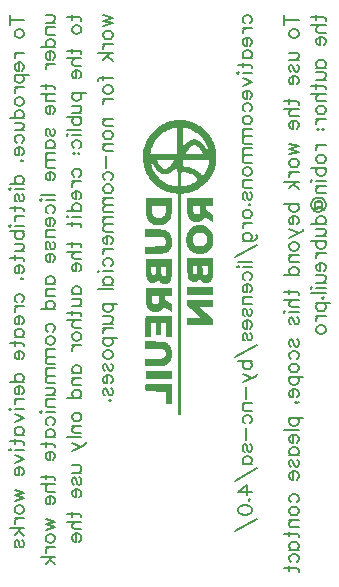
<source format=gbo>
G04 Layer: BottomSilkscreenLayer*
G04 EasyEDA v6.5.23, 2023-05-05 12:33:24*
G04 99fe30585978489ba2b06a073ac4f22d,10*
G04 Gerber Generator version 0.2*
G04 Scale: 100 percent, Rotated: No, Reflected: No *
G04 Dimensions in millimeters *
G04 leading zeros omitted , absolute positions ,4 integer and 5 decimal *
%FSLAX45Y45*%
%MOMM*%

%ADD10C,0.2000*%

%LPD*%
G36*
X4178096Y-2259736D02*
G01*
X4163161Y-2259888D01*
X4149496Y-2260447D01*
X4136898Y-2261311D01*
X4125163Y-2262632D01*
X4114037Y-2264410D01*
X4103370Y-2266696D01*
X4092854Y-2269540D01*
X4082338Y-2273046D01*
X4071620Y-2277160D01*
X4060444Y-2281936D01*
X4048607Y-2287524D01*
X4037025Y-2293366D01*
X4026458Y-2299208D01*
X4016095Y-2305456D01*
X4006037Y-2312162D01*
X3996182Y-2319223D01*
X3986631Y-2326690D01*
X3977386Y-2334564D01*
X3968394Y-2342743D01*
X3959758Y-2351227D01*
X3951376Y-2360066D01*
X3943400Y-2369210D01*
X3935729Y-2378659D01*
X3928414Y-2388362D01*
X3921455Y-2398318D01*
X3914851Y-2408529D01*
X3908704Y-2418994D01*
X3902913Y-2429611D01*
X3897528Y-2440432D01*
X3892600Y-2451455D01*
X3888079Y-2462631D01*
X3884015Y-2474010D01*
X3880408Y-2485440D01*
X3877259Y-2497023D01*
X3874617Y-2508707D01*
X3872788Y-2519070D01*
X3871671Y-2529230D01*
X3870937Y-2541676D01*
X3932428Y-2541676D01*
X3934815Y-2528011D01*
X3937711Y-2514955D01*
X3941368Y-2502103D01*
X3945788Y-2489149D01*
X3951071Y-2475839D01*
X3957320Y-2461818D01*
X3963822Y-2448610D01*
X3966972Y-2442768D01*
X3973576Y-2432050D01*
X3981094Y-2421890D01*
X3990136Y-2411374D01*
X4001414Y-2399639D01*
X4013403Y-2387904D01*
X4023868Y-2378303D01*
X4034180Y-2369667D01*
X4044391Y-2361844D01*
X4054652Y-2354884D01*
X4065066Y-2348585D01*
X4075734Y-2343048D01*
X4086758Y-2338120D01*
X4098188Y-2333752D01*
X4110228Y-2329942D01*
X4122928Y-2326640D01*
X4136390Y-2323693D01*
X4156964Y-2319985D01*
X4206951Y-2319985D01*
X4226407Y-2323490D01*
X4238040Y-2326132D01*
X4249470Y-2329281D01*
X4260697Y-2332939D01*
X4271772Y-2337054D01*
X4282592Y-2341676D01*
X4293158Y-2346756D01*
X4303471Y-2352344D01*
X4313478Y-2358288D01*
X4323232Y-2364740D01*
X4332681Y-2371547D01*
X4341825Y-2378811D01*
X4350613Y-2386431D01*
X4359046Y-2394407D01*
X4367072Y-2402789D01*
X4374794Y-2411526D01*
X4382058Y-2420620D01*
X4388916Y-2430018D01*
X4395368Y-2439720D01*
X4401312Y-2449728D01*
X4406849Y-2460040D01*
X4411878Y-2470607D01*
X4416196Y-2481173D01*
X4420362Y-2493924D01*
X4424273Y-2508199D01*
X4427575Y-2521966D01*
X4429658Y-2533142D01*
X4430115Y-2537104D01*
X4430115Y-2539695D01*
X4429556Y-2540609D01*
X4427880Y-2538374D01*
X4424222Y-2532227D01*
X4409236Y-2504643D01*
X4400854Y-2490673D01*
X4396486Y-2484069D01*
X4387443Y-2471724D01*
X4378147Y-2460599D01*
X4368546Y-2450744D01*
X4363669Y-2446274D01*
X4358792Y-2442159D01*
X4348937Y-2434945D01*
X4339031Y-2429154D01*
X4334052Y-2426817D01*
X4329125Y-2424836D01*
X4324197Y-2423261D01*
X4319320Y-2422042D01*
X4314494Y-2421229D01*
X4309719Y-2420823D01*
X4304995Y-2420823D01*
X4300321Y-2421280D01*
X4293971Y-2422296D01*
X4287926Y-2423617D01*
X4282186Y-2425242D01*
X4276699Y-2427274D01*
X4271314Y-2429713D01*
X4265980Y-2432659D01*
X4260646Y-2436063D01*
X4255211Y-2440076D01*
X4249572Y-2444648D01*
X4237532Y-2455875D01*
X4206951Y-2487371D01*
X4206951Y-2319985D01*
X4156964Y-2319985D01*
X4156964Y-2543505D01*
X4227830Y-2543505D01*
X4228592Y-2541320D01*
X4230827Y-2537612D01*
X4238548Y-2526792D01*
X4249115Y-2513431D01*
X4260545Y-2499766D01*
X4271060Y-2488234D01*
X4275328Y-2483967D01*
X4278630Y-2481122D01*
X4286046Y-2475992D01*
X4292803Y-2472131D01*
X4299102Y-2469540D01*
X4305046Y-2468219D01*
X4310786Y-2468118D01*
X4316425Y-2469235D01*
X4322114Y-2471521D01*
X4328058Y-2475026D01*
X4331665Y-2477973D01*
X4336084Y-2482291D01*
X4341114Y-2487828D01*
X4352086Y-2501087D01*
X4362907Y-2515514D01*
X4371797Y-2528722D01*
X4374997Y-2534208D01*
X4377080Y-2538526D01*
X4377791Y-2541371D01*
X4377131Y-2541828D01*
X4371898Y-2542692D01*
X4362145Y-2543454D01*
X4348581Y-2544064D01*
X4331919Y-2544521D01*
X4292650Y-2544775D01*
X4257040Y-2544521D01*
X4233722Y-2544013D01*
X4228490Y-2543708D01*
X4227830Y-2543505D01*
X4156964Y-2543505D01*
X4156964Y-2544775D01*
X4021886Y-2544724D01*
X3981754Y-2544267D01*
X3951478Y-2543403D01*
X3941114Y-2542844D01*
X3932986Y-2541981D01*
X3932428Y-2541676D01*
X3870937Y-2541676D01*
X3870706Y-2553360D01*
X3870807Y-2566720D01*
X3871264Y-2580487D01*
X3872106Y-2594762D01*
X4431792Y-2594762D01*
X4428185Y-2614472D01*
X4425391Y-2626868D01*
X4421987Y-2639212D01*
X4418126Y-2651404D01*
X4413758Y-2663240D01*
X4408982Y-2674721D01*
X4403902Y-2685592D01*
X4398467Y-2695854D01*
X4392777Y-2705303D01*
X4386884Y-2713786D01*
X4373778Y-2730144D01*
X4363872Y-2716174D01*
X4358132Y-2709265D01*
X4351680Y-2702712D01*
X4344568Y-2696514D01*
X4336694Y-2690672D01*
X4328109Y-2685135D01*
X4318762Y-2680004D01*
X4308602Y-2675128D01*
X4297680Y-2670606D01*
X4285945Y-2666339D01*
X4273397Y-2662428D01*
X4259986Y-2658770D01*
X4245711Y-2655366D01*
X4230522Y-2652268D01*
X4206951Y-2648000D01*
X4206951Y-2594762D01*
X4137101Y-2594762D01*
X4125468Y-2612542D01*
X4116578Y-2624683D01*
X4107281Y-2635859D01*
X4097832Y-2645867D01*
X4088536Y-2654452D01*
X4083964Y-2658110D01*
X4079544Y-2661310D01*
X4075226Y-2664053D01*
X4064812Y-2669844D01*
X4057751Y-2672181D01*
X4051300Y-2671267D01*
X4042613Y-2667508D01*
X4039362Y-2665730D01*
X4031945Y-2660294D01*
X4028033Y-2656890D01*
X4020413Y-2649220D01*
X4016908Y-2645206D01*
X4010812Y-2637028D01*
X4004767Y-2628087D01*
X3999077Y-2619197D01*
X3994505Y-2611424D01*
X3985920Y-2594762D01*
X3872106Y-2594762D01*
X3872979Y-2605176D01*
X3935272Y-2605176D01*
X3960774Y-2645816D01*
X3969765Y-2658872D01*
X3978757Y-2670708D01*
X3987800Y-2681173D01*
X3996842Y-2690418D01*
X4005884Y-2698343D01*
X4010406Y-2701848D01*
X4019397Y-2707843D01*
X4023918Y-2710332D01*
X4028440Y-2712516D01*
X4032910Y-2714396D01*
X4037431Y-2715920D01*
X4041901Y-2717139D01*
X4046372Y-2718003D01*
X4050842Y-2718562D01*
X4055313Y-2718765D01*
X4059783Y-2718663D01*
X4064203Y-2718206D01*
X4070451Y-2717190D01*
X4076395Y-2715869D01*
X4082034Y-2714244D01*
X4087469Y-2712212D01*
X4092803Y-2709773D01*
X4098086Y-2706827D01*
X4103420Y-2703423D01*
X4108856Y-2699410D01*
X4114444Y-2694838D01*
X4120286Y-2689606D01*
X4133037Y-2677007D01*
X4156964Y-2652166D01*
X4156964Y-2673451D01*
X4157268Y-2683611D01*
X4158335Y-2690164D01*
X4160265Y-2693720D01*
X4163212Y-2694787D01*
X4164431Y-2694990D01*
X4165498Y-2695752D01*
X4166412Y-2697124D01*
X4167174Y-2699258D01*
X4167835Y-2702255D01*
X4168749Y-2711297D01*
X4169257Y-2725267D01*
X4169460Y-2757271D01*
X4194454Y-2757271D01*
X4194606Y-2736240D01*
X4194962Y-2720086D01*
X4196029Y-2703931D01*
X4197197Y-2697937D01*
X4197908Y-2696159D01*
X4198772Y-2695194D01*
X4199686Y-2694889D01*
X4202988Y-2695092D01*
X4212590Y-2696616D01*
X4225086Y-2699207D01*
X4239361Y-2702560D01*
X4254195Y-2706420D01*
X4268419Y-2710484D01*
X4280865Y-2714396D01*
X4290364Y-2717850D01*
X4293616Y-2719324D01*
X4300677Y-2723438D01*
X4307535Y-2728366D01*
X4314037Y-2733903D01*
X4319828Y-2739745D01*
X4324807Y-2745638D01*
X4328617Y-2751328D01*
X4331106Y-2756611D01*
X4331970Y-2761132D01*
X4331512Y-2764739D01*
X4329988Y-2768295D01*
X4327296Y-2771902D01*
X4323232Y-2775661D01*
X4317746Y-2779725D01*
X4310583Y-2784144D01*
X4301642Y-2789072D01*
X4290822Y-2794660D01*
X4280916Y-2799130D01*
X4269536Y-2803550D01*
X4257243Y-2807766D01*
X4244543Y-2811576D01*
X4232097Y-2814828D01*
X4220464Y-2817368D01*
X4210151Y-2819044D01*
X4201769Y-2819704D01*
X4200245Y-2819552D01*
X4198924Y-2819044D01*
X4197858Y-2817977D01*
X4196943Y-2816148D01*
X4196232Y-2813507D01*
X4195622Y-2809798D01*
X4194911Y-2798724D01*
X4194556Y-2781604D01*
X4194454Y-2757271D01*
X4169460Y-2757271D01*
X4169511Y-2791510D01*
X4169054Y-2802788D01*
X4168597Y-2807208D01*
X4167886Y-2810814D01*
X4166920Y-2813710D01*
X4165650Y-2815945D01*
X4164025Y-2817571D01*
X4162044Y-2818688D01*
X4159605Y-2819247D01*
X4156710Y-2819400D01*
X4149394Y-2818536D01*
X4127398Y-2813812D01*
X4116171Y-2811170D01*
X4105351Y-2808071D01*
X4094886Y-2804515D01*
X4084726Y-2800451D01*
X4074769Y-2795879D01*
X4065066Y-2790698D01*
X4055465Y-2785008D01*
X4046016Y-2778607D01*
X4036568Y-2771648D01*
X4027119Y-2763977D01*
X4017670Y-2755595D01*
X4008069Y-2746552D01*
X3995420Y-2733802D01*
X3985361Y-2722778D01*
X3981043Y-2717647D01*
X3973576Y-2707436D01*
X3970172Y-2702204D01*
X3963771Y-2690825D01*
X3957218Y-2677566D01*
X3950563Y-2662377D01*
X3944721Y-2647188D01*
X3940301Y-2633675D01*
X3938828Y-2628138D01*
X3937965Y-2623718D01*
X3935272Y-2605176D01*
X3872979Y-2605176D01*
X3873957Y-2614828D01*
X3875582Y-2627731D01*
X3877462Y-2639618D01*
X3879646Y-2650286D01*
X3882085Y-2659380D01*
X3886200Y-2672080D01*
X3890568Y-2684018D01*
X3895242Y-2695295D01*
X3900220Y-2706065D01*
X3905605Y-2716428D01*
X3911498Y-2726486D01*
X3917950Y-2736342D01*
X3925011Y-2746146D01*
X3932783Y-2756001D01*
X3941368Y-2765958D01*
X3950715Y-2776220D01*
X3961028Y-2786888D01*
X3971391Y-2797098D01*
X3981602Y-2806547D01*
X3991711Y-2815336D01*
X4001719Y-2823413D01*
X4011726Y-2830880D01*
X4021734Y-2837738D01*
X4031894Y-2843987D01*
X4042156Y-2849676D01*
X4052671Y-2854858D01*
X4063390Y-2859532D01*
X4074464Y-2863748D01*
X4085844Y-2867507D01*
X4097680Y-2870809D01*
X4109974Y-2873756D01*
X4122775Y-2876346D01*
X4136186Y-2878632D01*
X4169460Y-2883712D01*
X4169460Y-4757267D01*
X4194454Y-4757267D01*
X4194454Y-2883712D01*
X4234535Y-2877515D01*
X4247642Y-2875127D01*
X4260189Y-2872333D01*
X4272229Y-2869234D01*
X4283811Y-2865678D01*
X4295038Y-2861716D01*
X4305909Y-2857296D01*
X4316526Y-2852369D01*
X4326940Y-2846933D01*
X4337151Y-2840939D01*
X4347210Y-2834386D01*
X4357217Y-2827223D01*
X4367276Y-2819450D01*
X4377283Y-2811018D01*
X4387443Y-2801924D01*
X4397756Y-2792069D01*
X4408830Y-2780944D01*
X4419142Y-2770225D01*
X4427778Y-2760726D01*
X4435144Y-2751937D01*
X4441444Y-2743606D01*
X4447082Y-2735173D01*
X4452315Y-2726385D01*
X4457395Y-2716733D01*
X4463135Y-2704998D01*
X4468774Y-2692806D01*
X4473651Y-2681325D01*
X4477816Y-2670352D01*
X4481372Y-2659735D01*
X4484319Y-2649220D01*
X4486706Y-2638602D01*
X4488586Y-2627680D01*
X4490008Y-2616301D01*
X4491024Y-2604262D01*
X4491634Y-2591308D01*
X4491888Y-2577287D01*
X4491888Y-2562301D01*
X4491634Y-2548280D01*
X4491024Y-2535326D01*
X4490008Y-2523236D01*
X4488586Y-2511856D01*
X4486706Y-2500985D01*
X4484319Y-2490368D01*
X4481372Y-2479852D01*
X4477816Y-2469184D01*
X4473651Y-2458212D01*
X4468774Y-2446731D01*
X4463135Y-2434539D01*
X4457395Y-2422855D01*
X4452315Y-2413203D01*
X4447082Y-2404364D01*
X4441444Y-2395982D01*
X4435144Y-2387600D01*
X4427778Y-2378862D01*
X4419142Y-2369312D01*
X4408830Y-2358593D01*
X4397552Y-2347264D01*
X4386986Y-2337155D01*
X4376775Y-2327960D01*
X4366768Y-2319528D01*
X4356862Y-2311857D01*
X4346956Y-2304846D01*
X4336897Y-2298446D01*
X4326585Y-2292553D01*
X4315968Y-2287117D01*
X4304842Y-2282088D01*
X4293209Y-2277313D01*
X4280814Y-2272792D01*
X4269333Y-2269032D01*
X4260138Y-2266289D01*
X4251452Y-2264156D01*
X4242663Y-2262530D01*
X4233265Y-2261362D01*
X4222496Y-2260549D01*
X4194810Y-2259787D01*
G37*
G36*
X3894480Y-2919780D02*
G01*
X3894480Y-2982264D01*
X4065320Y-2982264D01*
X4065168Y-3017367D01*
X4064660Y-3024276D01*
X4063898Y-3030829D01*
X4062780Y-3037078D01*
X4061358Y-3042920D01*
X4059682Y-3048406D01*
X4057650Y-3053588D01*
X4055313Y-3058363D01*
X4052722Y-3062782D01*
X4049776Y-3066846D01*
X4046575Y-3070504D01*
X4043070Y-3073806D01*
X4039311Y-3076752D01*
X4035196Y-3079292D01*
X4030878Y-3081477D01*
X4026204Y-3083255D01*
X4021277Y-3084626D01*
X4016095Y-3085642D01*
X4010609Y-3086252D01*
X4004868Y-3086455D01*
X3999026Y-3086201D01*
X3993387Y-3085541D01*
X3988003Y-3084423D01*
X3982923Y-3082899D01*
X3978097Y-3080918D01*
X3973576Y-3078530D01*
X3969359Y-3075736D01*
X3965448Y-3072485D01*
X3961841Y-3068878D01*
X3958539Y-3064814D01*
X3955592Y-3060395D01*
X3953001Y-3055569D01*
X3950919Y-3050895D01*
X3949141Y-3046018D01*
X3947668Y-3040938D01*
X3946499Y-3035554D01*
X3945585Y-3029813D01*
X3944975Y-3023717D01*
X3944467Y-3010103D01*
X3944467Y-2982264D01*
X3894480Y-2982264D01*
X3894836Y-3014319D01*
X3895496Y-3030778D01*
X3896563Y-3044545D01*
X3898036Y-3056026D01*
X3899966Y-3065627D01*
X3903218Y-3076397D01*
X3907942Y-3088589D01*
X3910584Y-3094278D01*
X3913428Y-3099663D01*
X3916476Y-3104794D01*
X3919728Y-3109620D01*
X3923182Y-3114141D01*
X3926789Y-3118408D01*
X3930650Y-3122371D01*
X3934663Y-3126079D01*
X3938879Y-3129483D01*
X3943350Y-3132632D01*
X3947972Y-3135477D01*
X3952798Y-3138017D01*
X3957878Y-3140354D01*
X3963111Y-3142335D01*
X3968597Y-3144113D01*
X3974236Y-3145586D01*
X3986225Y-3147720D01*
X3999077Y-3148736D01*
X4012336Y-3148736D01*
X4018534Y-3148380D01*
X4030065Y-3146958D01*
X4035399Y-3145891D01*
X4040581Y-3144520D01*
X4045508Y-3142894D01*
X4050233Y-3141014D01*
X4054856Y-3138779D01*
X4059326Y-3136290D01*
X4063695Y-3133445D01*
X4067962Y-3130296D01*
X4072178Y-3126790D01*
X4076344Y-3122980D01*
X4084675Y-3114192D01*
X4090517Y-3107182D01*
X4095546Y-3100120D01*
X4099915Y-3092805D01*
X4103624Y-3084982D01*
X4106722Y-3076549D01*
X4109262Y-3067253D01*
X4111294Y-3056940D01*
X4112869Y-3045409D01*
X4113987Y-3032404D01*
X4114749Y-3017824D01*
X4115155Y-3001416D01*
X4115308Y-2919780D01*
G37*
G36*
X4244492Y-2919780D02*
G01*
X4244497Y-2982264D01*
X4356963Y-2982264D01*
X4356963Y-3008782D01*
X4356760Y-3016758D01*
X4356150Y-3023971D01*
X4355134Y-3030423D01*
X4353661Y-3036163D01*
X4351731Y-3041192D01*
X4349394Y-3045510D01*
X4346600Y-3049168D01*
X4343349Y-3052114D01*
X4339640Y-3054400D01*
X4335475Y-3055975D01*
X4330852Y-3056940D01*
X4325721Y-3057296D01*
X4318812Y-3056686D01*
X4312970Y-3054756D01*
X4307840Y-3051352D01*
X4303115Y-3046272D01*
X4300829Y-3043072D01*
X4298950Y-3039719D01*
X4297426Y-3036112D01*
X4296308Y-3032048D01*
X4295444Y-3027426D01*
X4294886Y-3022142D01*
X4294479Y-3008782D01*
X4294479Y-2982264D01*
X4244497Y-2982264D01*
X4245000Y-3016300D01*
X4245762Y-3030372D01*
X4246829Y-3042462D01*
X4248353Y-3052876D01*
X4250334Y-3061919D01*
X4252874Y-3069844D01*
X4255973Y-3076956D01*
X4259681Y-3083560D01*
X4264101Y-3089910D01*
X4268266Y-3095091D01*
X4272432Y-3099714D01*
X4276648Y-3103778D01*
X4281068Y-3107334D01*
X4285589Y-3110433D01*
X4290364Y-3113024D01*
X4295394Y-3115157D01*
X4300677Y-3116884D01*
X4306366Y-3118154D01*
X4312361Y-3119069D01*
X4318812Y-3119577D01*
X4325721Y-3119729D01*
X4332579Y-3119577D01*
X4338980Y-3119018D01*
X4344974Y-3118154D01*
X4350664Y-3116834D01*
X4355998Y-3115157D01*
X4361027Y-3113074D01*
X4365752Y-3110534D01*
X4370273Y-3107588D01*
X4374591Y-3104184D01*
X4378706Y-3100273D01*
X4382668Y-3095904D01*
X4395774Y-3078480D01*
X4447540Y-3113887D01*
X4462526Y-3123488D01*
X4463542Y-3123946D01*
X4464253Y-3121355D01*
X4464812Y-3114344D01*
X4465320Y-3091332D01*
X4465320Y-3058769D01*
X4426661Y-3032302D01*
X4419498Y-3027121D01*
X4414316Y-3022854D01*
X4410811Y-3019094D01*
X4408627Y-3015437D01*
X4407509Y-3011373D01*
X4407052Y-3006598D01*
X4406950Y-2982264D01*
X4465320Y-2982264D01*
X4465320Y-2919780D01*
G37*
G36*
X4351832Y-3145536D02*
G01*
X4340758Y-3146044D01*
X4329633Y-3147618D01*
X4324045Y-3148838D01*
X4318406Y-3150362D01*
X4312920Y-3152140D01*
X4307636Y-3154172D01*
X4302455Y-3156458D01*
X4297426Y-3158998D01*
X4292600Y-3161792D01*
X4287926Y-3164840D01*
X4283405Y-3168142D01*
X4279036Y-3171698D01*
X4270908Y-3179521D01*
X4267098Y-3183788D01*
X4263491Y-3188258D01*
X4256836Y-3197910D01*
X4253788Y-3203092D01*
X4250944Y-3208477D01*
X4245864Y-3219907D01*
X4243628Y-3225952D01*
X4241596Y-3232505D01*
X4239869Y-3239262D01*
X4238498Y-3246170D01*
X4237532Y-3253181D01*
X4236872Y-3260242D01*
X4236589Y-3266897D01*
X4290161Y-3266897D01*
X4290415Y-3260699D01*
X4291177Y-3254654D01*
X4292447Y-3248914D01*
X4294174Y-3243630D01*
X4296359Y-3238906D01*
X4299000Y-3234842D01*
X4302709Y-3230575D01*
X4306722Y-3226714D01*
X4311040Y-3223260D01*
X4315612Y-3220262D01*
X4320438Y-3217621D01*
X4325416Y-3215436D01*
X4330547Y-3213608D01*
X4335830Y-3212185D01*
X4341164Y-3211169D01*
X4346600Y-3210560D01*
X4352036Y-3210356D01*
X4357420Y-3210560D01*
X4362805Y-3211118D01*
X4368088Y-3212033D01*
X4373219Y-3213404D01*
X4378248Y-3215132D01*
X4383024Y-3217214D01*
X4387646Y-3219704D01*
X4391964Y-3222548D01*
X4396028Y-3225749D01*
X4399737Y-3229356D01*
X4403090Y-3233318D01*
X4406087Y-3237636D01*
X4408627Y-3242360D01*
X4411370Y-3248914D01*
X4413351Y-3255416D01*
X4414621Y-3261817D01*
X4415129Y-3268217D01*
X4414875Y-3274517D01*
X4413910Y-3280714D01*
X4412183Y-3286810D01*
X4409744Y-3292805D01*
X4406595Y-3298647D01*
X4402683Y-3304387D01*
X4398060Y-3309924D01*
X4392726Y-3315360D01*
X4389628Y-3318001D01*
X4386326Y-3320287D01*
X4382820Y-3322167D01*
X4378960Y-3323691D01*
X4374642Y-3324910D01*
X4369663Y-3325926D01*
X4364024Y-3326688D01*
X4357573Y-3327247D01*
X4350562Y-3327552D01*
X4343958Y-3327501D01*
X4337761Y-3326942D01*
X4332020Y-3325977D01*
X4326636Y-3324606D01*
X4321657Y-3322777D01*
X4316984Y-3320440D01*
X4312716Y-3317697D01*
X4308703Y-3314446D01*
X4304995Y-3310737D01*
X4301591Y-3306572D01*
X4298492Y-3301847D01*
X4295902Y-3296920D01*
X4293768Y-3291484D01*
X4292142Y-3285642D01*
X4290974Y-3279495D01*
X4290314Y-3273247D01*
X4290161Y-3266897D01*
X4236589Y-3266897D01*
X4236669Y-3274618D01*
X4237075Y-3281781D01*
X4237837Y-3288944D01*
X4239006Y-3296056D01*
X4240479Y-3303066D01*
X4242358Y-3310026D01*
X4246118Y-3320745D01*
X4250690Y-3330854D01*
X4256125Y-3340303D01*
X4262272Y-3348990D01*
X4269079Y-3357016D01*
X4276547Y-3364229D01*
X4284522Y-3370732D01*
X4288688Y-3373729D01*
X4297375Y-3379063D01*
X4306417Y-3383584D01*
X4315815Y-3387293D01*
X4325467Y-3390137D01*
X4330344Y-3391255D01*
X4340250Y-3392779D01*
X4350308Y-3393490D01*
X4360367Y-3393236D01*
X4370374Y-3392068D01*
X4375353Y-3391154D01*
X4385208Y-3388563D01*
X4390085Y-3386886D01*
X4399635Y-3382822D01*
X4404309Y-3380435D01*
X4413453Y-3374847D01*
X4422190Y-3368243D01*
X4431893Y-3359353D01*
X4436872Y-3354374D01*
X4441291Y-3349599D01*
X4445203Y-3344875D01*
X4448657Y-3340201D01*
X4451654Y-3335477D01*
X4454194Y-3330651D01*
X4456430Y-3325622D01*
X4458258Y-3320338D01*
X4459732Y-3314700D01*
X4460900Y-3308654D01*
X4461814Y-3302101D01*
X4462932Y-3287318D01*
X4463237Y-3269792D01*
X4462881Y-3246628D01*
X4462373Y-3237992D01*
X4461560Y-3230829D01*
X4460341Y-3224733D01*
X4458766Y-3219297D01*
X4456633Y-3214116D01*
X4453991Y-3208782D01*
X4451146Y-3203702D01*
X4444796Y-3194050D01*
X4437786Y-3185210D01*
X4430064Y-3177184D01*
X4421784Y-3169970D01*
X4412996Y-3163671D01*
X4403699Y-3158286D01*
X4398873Y-3155899D01*
X4393946Y-3153765D01*
X4383836Y-3150209D01*
X4373422Y-3147669D01*
X4368088Y-3146755D01*
X4357319Y-3145688D01*
G37*
G36*
X3890314Y-3181654D02*
G01*
X3890314Y-3244799D01*
X3968089Y-3244799D01*
X3986580Y-3245104D01*
X4003395Y-3245713D01*
X4017873Y-3246526D01*
X4029405Y-3247542D01*
X4037380Y-3248761D01*
X4039819Y-3249371D01*
X4044340Y-3251352D01*
X4048404Y-3253841D01*
X4052112Y-3256838D01*
X4055364Y-3260293D01*
X4058158Y-3264103D01*
X4060494Y-3268268D01*
X4062323Y-3272688D01*
X4063695Y-3277260D01*
X4064558Y-3282035D01*
X4064914Y-3286861D01*
X4064711Y-3291738D01*
X4064000Y-3296564D01*
X4062679Y-3301288D01*
X4060799Y-3305860D01*
X4058310Y-3310229D01*
X4055262Y-3314344D01*
X4045204Y-3326028D01*
X3890314Y-3328619D01*
X3890314Y-3390595D01*
X3976217Y-3390544D01*
X3997248Y-3390341D01*
X4014978Y-3389833D01*
X4029760Y-3388918D01*
X4042105Y-3387598D01*
X4052366Y-3385718D01*
X4061002Y-3383229D01*
X4068470Y-3380028D01*
X4075176Y-3376066D01*
X4081576Y-3371291D01*
X4088790Y-3364890D01*
X4092448Y-3361182D01*
X4095800Y-3357372D01*
X4098848Y-3353460D01*
X4101592Y-3349396D01*
X4104081Y-3345179D01*
X4106316Y-3340811D01*
X4108246Y-3336239D01*
X4109923Y-3331464D01*
X4112564Y-3321202D01*
X4113529Y-3315614D01*
X4114800Y-3303574D01*
X4115206Y-3290163D01*
X4115155Y-3282848D01*
X4114850Y-3275787D01*
X4113580Y-3262629D01*
X4112615Y-3256483D01*
X4111396Y-3250590D01*
X4109974Y-3245002D01*
X4108297Y-3239719D01*
X4106367Y-3234639D01*
X4104233Y-3229813D01*
X4101795Y-3225241D01*
X4099153Y-3220923D01*
X4096207Y-3216808D01*
X4093006Y-3212896D01*
X4089552Y-3209239D01*
X4085844Y-3205734D01*
X4081830Y-3202432D01*
X4073042Y-3196437D01*
X4065270Y-3192170D01*
X4059529Y-3189630D01*
X4053281Y-3187649D01*
X4045610Y-3186176D01*
X4035653Y-3185109D01*
X4022598Y-3184296D01*
X3983583Y-3183229D01*
G37*
G36*
X4243832Y-3428085D02*
G01*
X4244959Y-3490620D01*
X4419498Y-3490620D01*
X4419396Y-3531108D01*
X4418736Y-3544366D01*
X4417568Y-3555644D01*
X4416856Y-3560114D01*
X4416044Y-3563569D01*
X4415180Y-3565906D01*
X4412538Y-3569106D01*
X4408830Y-3571544D01*
X4404360Y-3573119D01*
X4399432Y-3573830D01*
X4394403Y-3573678D01*
X4389628Y-3572611D01*
X4385360Y-3570681D01*
X4382008Y-3567734D01*
X4380941Y-3565804D01*
X4379874Y-3562553D01*
X4377740Y-3552951D01*
X4375962Y-3540353D01*
X4374692Y-3526078D01*
X4372457Y-3490620D01*
X4331970Y-3490620D01*
X4331868Y-3527907D01*
X4331614Y-3534664D01*
X4331106Y-3540251D01*
X4330344Y-3544824D01*
X4329226Y-3548684D01*
X4327804Y-3551885D01*
X4325924Y-3554679D01*
X4323638Y-3557270D01*
X4316018Y-3563315D01*
X4309160Y-3565144D01*
X4302861Y-3562858D01*
X4296816Y-3556355D01*
X4295292Y-3553714D01*
X4293971Y-3550513D01*
X4292854Y-3546754D01*
X4291939Y-3542334D01*
X4291228Y-3537356D01*
X4290415Y-3525621D01*
X4290314Y-3490620D01*
X4244959Y-3490620D01*
X4245457Y-3516376D01*
X4246118Y-3537965D01*
X4247743Y-3563874D01*
X4249420Y-3577437D01*
X4250486Y-3583228D01*
X4251706Y-3588461D01*
X4253077Y-3593185D01*
X4254652Y-3597401D01*
X4256379Y-3601212D01*
X4258360Y-3604666D01*
X4260596Y-3607765D01*
X4263034Y-3610610D01*
X4265676Y-3613200D01*
X4268622Y-3615690D01*
X4275378Y-3620262D01*
X4281322Y-3623259D01*
X4287621Y-3625494D01*
X4294276Y-3626865D01*
X4301032Y-3627475D01*
X4307789Y-3627323D01*
X4314444Y-3626408D01*
X4320844Y-3624783D01*
X4326890Y-3622497D01*
X4332427Y-3619550D01*
X4337304Y-3615994D01*
X4341418Y-3611778D01*
X4347362Y-3602532D01*
X4349800Y-3601618D01*
X4353102Y-3604717D01*
X4362196Y-3617518D01*
X4366412Y-3622192D01*
X4370933Y-3626307D01*
X4375708Y-3629812D01*
X4380738Y-3632809D01*
X4385919Y-3635197D01*
X4391304Y-3636975D01*
X4396790Y-3638194D01*
X4402328Y-3638753D01*
X4407916Y-3638753D01*
X4413504Y-3638143D01*
X4419092Y-3636873D01*
X4424527Y-3634994D01*
X4429912Y-3632504D01*
X4435094Y-3629355D01*
X4440123Y-3625545D01*
X4443018Y-3622954D01*
X4448200Y-3617214D01*
X4450486Y-3614013D01*
X4452569Y-3610508D01*
X4454448Y-3606749D01*
X4456176Y-3602634D01*
X4457700Y-3598113D01*
X4459071Y-3593185D01*
X4461357Y-3581908D01*
X4463034Y-3568496D01*
X4464202Y-3552596D01*
X4464913Y-3534003D01*
X4465269Y-3512362D01*
X4465320Y-3428085D01*
G37*
G36*
X3893820Y-3436467D02*
G01*
X3894947Y-3498951D01*
X4069486Y-3498951D01*
X4069384Y-3539439D01*
X4068724Y-3552698D01*
X4067556Y-3563975D01*
X4066844Y-3568446D01*
X4066032Y-3571900D01*
X4065168Y-3574237D01*
X4062526Y-3577437D01*
X4058818Y-3579876D01*
X4054348Y-3581450D01*
X4049471Y-3582162D01*
X4044442Y-3582009D01*
X4039615Y-3580942D01*
X4035399Y-3579012D01*
X4032046Y-3576065D01*
X4030929Y-3574135D01*
X4029862Y-3570884D01*
X4027728Y-3561283D01*
X4025950Y-3548684D01*
X4024680Y-3534410D01*
X4022445Y-3498951D01*
X3981958Y-3498951D01*
X3981907Y-3536238D01*
X3981602Y-3542995D01*
X3981094Y-3548583D01*
X3980332Y-3553206D01*
X3979265Y-3557015D01*
X3977792Y-3560216D01*
X3975912Y-3563010D01*
X3973626Y-3565601D01*
X3966006Y-3571646D01*
X3959199Y-3573526D01*
X3952849Y-3571189D01*
X3946804Y-3564686D01*
X3945280Y-3562096D01*
X3943959Y-3558844D01*
X3942842Y-3555085D01*
X3941927Y-3550665D01*
X3941216Y-3545687D01*
X3940403Y-3533952D01*
X3940301Y-3498951D01*
X3894947Y-3498951D01*
X3895445Y-3524707D01*
X3896106Y-3546297D01*
X3897122Y-3564382D01*
X3898544Y-3579317D01*
X3900474Y-3591560D01*
X3901694Y-3596792D01*
X3903065Y-3601516D01*
X3904640Y-3605733D01*
X3906418Y-3609543D01*
X3908399Y-3612997D01*
X3910584Y-3616096D01*
X3913022Y-3618941D01*
X3915714Y-3621582D01*
X3918661Y-3624021D01*
X3925366Y-3628593D01*
X3931310Y-3631641D01*
X3937660Y-3633825D01*
X3944264Y-3635197D01*
X3951020Y-3635806D01*
X3957777Y-3635654D01*
X3964432Y-3634740D01*
X3970883Y-3633114D01*
X3976878Y-3630828D01*
X3982415Y-3627882D01*
X3987292Y-3624326D01*
X3991406Y-3620109D01*
X3997350Y-3610864D01*
X3999839Y-3609949D01*
X4003090Y-3613048D01*
X4012184Y-3625850D01*
X4016400Y-3630523D01*
X4020921Y-3634638D01*
X4025696Y-3638143D01*
X4030726Y-3641140D01*
X4035907Y-3643528D01*
X4041292Y-3645306D01*
X4046778Y-3646525D01*
X4052315Y-3647084D01*
X4057904Y-3647084D01*
X4063542Y-3646474D01*
X4069079Y-3645204D01*
X4074566Y-3643325D01*
X4079900Y-3640836D01*
X4085132Y-3637686D01*
X4090111Y-3633876D01*
X4095750Y-3628491D01*
X4098188Y-3625545D01*
X4100474Y-3622344D01*
X4102557Y-3618839D01*
X4104436Y-3615080D01*
X4106164Y-3610965D01*
X4107687Y-3606444D01*
X4109059Y-3601516D01*
X4111345Y-3590239D01*
X4113022Y-3576828D01*
X4114190Y-3560927D01*
X4114952Y-3542334D01*
X4115257Y-3520694D01*
X4115308Y-3436467D01*
G37*
G36*
X4244492Y-3673957D02*
G01*
X4244492Y-3736441D01*
X4465320Y-3736441D01*
X4465320Y-3673957D01*
G37*
G36*
X3894480Y-3682288D02*
G01*
X3894493Y-3744772D01*
X4007916Y-3744772D01*
X4005681Y-3782009D01*
X4004868Y-3789070D01*
X4003801Y-3795166D01*
X4002379Y-3800398D01*
X4000652Y-3804818D01*
X3998518Y-3808476D01*
X3995928Y-3811371D01*
X3992930Y-3813657D01*
X3989374Y-3815334D01*
X3985260Y-3816451D01*
X3980586Y-3817061D01*
X3975252Y-3817264D01*
X3967886Y-3816756D01*
X3961790Y-3815029D01*
X3956710Y-3812032D01*
X3952290Y-3807663D01*
X3950258Y-3804869D01*
X3948633Y-3801770D01*
X3947261Y-3798265D01*
X3946194Y-3794251D01*
X3945432Y-3789679D01*
X3944874Y-3784396D01*
X3944467Y-3771392D01*
X3944467Y-3744772D01*
X3894493Y-3744772D01*
X3894734Y-3762044D01*
X3895496Y-3780028D01*
X3896817Y-3796029D01*
X3897680Y-3803345D01*
X3899966Y-3816654D01*
X3901338Y-3822700D01*
X3902913Y-3828389D01*
X3904640Y-3833672D01*
X3906570Y-3838600D01*
X3908704Y-3843223D01*
X3911041Y-3847490D01*
X3913581Y-3851503D01*
X3916324Y-3855161D01*
X3919270Y-3858615D01*
X3922471Y-3861765D01*
X3925874Y-3864711D01*
X3929532Y-3867404D01*
X3933444Y-3869893D01*
X3937558Y-3872179D01*
X3941978Y-3874312D01*
X3948125Y-3876852D01*
X3954322Y-3878884D01*
X3960520Y-3880408D01*
X3966718Y-3881374D01*
X3972864Y-3881882D01*
X3978960Y-3881882D01*
X3985006Y-3881374D01*
X3991000Y-3880408D01*
X3996893Y-3878884D01*
X4002633Y-3876903D01*
X4008272Y-3874465D01*
X4013758Y-3871518D01*
X4019092Y-3868115D01*
X4024223Y-3864203D01*
X4029201Y-3859885D01*
X4033926Y-3855059D01*
X4047490Y-3840276D01*
X4115308Y-3886962D01*
X4115206Y-3817670D01*
X4076700Y-3792829D01*
X4069587Y-3787952D01*
X4064406Y-3783888D01*
X4060901Y-3780332D01*
X4058767Y-3776776D01*
X4057599Y-3772915D01*
X4057091Y-3768293D01*
X4056989Y-3744772D01*
X4115308Y-3744772D01*
X4115308Y-3682288D01*
G37*
G36*
X4244492Y-3782263D02*
G01*
X4244644Y-3834333D01*
X4308144Y-3886403D01*
X4334764Y-3908806D01*
X4352239Y-3924300D01*
X4356201Y-3928313D01*
X4356760Y-3929126D01*
X4355642Y-3929786D01*
X4347260Y-3930904D01*
X4332071Y-3931716D01*
X4312005Y-3932224D01*
X4244492Y-3932275D01*
X4244492Y-3994759D01*
X4465320Y-3994759D01*
X4465320Y-3941318D01*
X4346956Y-3842715D01*
X4465320Y-3840378D01*
X4465320Y-3782263D01*
G37*
G36*
X3994404Y-3915613D02*
G01*
X3953052Y-3915968D01*
X3919982Y-3916629D01*
X3898849Y-3917543D01*
X3893921Y-3918102D01*
X3893108Y-3918407D01*
X3892702Y-3919524D01*
X3891991Y-3926128D01*
X3891381Y-3937812D01*
X3890518Y-3972763D01*
X3890314Y-3994404D01*
X3890314Y-4090619D01*
X3940301Y-4090619D01*
X3940301Y-3978097D01*
X3977792Y-3978097D01*
X3977792Y-4078122D01*
X4023360Y-4078122D01*
X4025747Y-3980179D01*
X4065320Y-3977640D01*
X4065320Y-4094784D01*
X4115308Y-4094784D01*
X4115308Y-3915613D01*
G37*
G36*
X3890314Y-4132275D02*
G01*
X3890314Y-4194759D01*
X3976979Y-4194810D01*
X4000652Y-4195064D01*
X4017670Y-4195673D01*
X4024172Y-4196130D01*
X4029608Y-4196791D01*
X4034129Y-4197604D01*
X4037939Y-4198569D01*
X4041292Y-4199788D01*
X4044289Y-4201160D01*
X4047185Y-4202836D01*
X4052976Y-4207052D01*
X4057650Y-4212082D01*
X4061104Y-4217670D01*
X4063136Y-4223613D01*
X4064355Y-4231182D01*
X4064609Y-4238294D01*
X4063949Y-4245000D01*
X4062374Y-4251198D01*
X4059885Y-4256887D01*
X4056532Y-4261916D01*
X4052265Y-4266336D01*
X4047185Y-4270044D01*
X4044289Y-4271721D01*
X4041292Y-4273092D01*
X4037939Y-4274312D01*
X4034129Y-4275277D01*
X4029608Y-4276090D01*
X4024172Y-4276750D01*
X4009898Y-4277563D01*
X3989730Y-4277969D01*
X3890314Y-4278122D01*
X3890314Y-4341266D01*
X4005529Y-4339183D01*
X4022598Y-4338574D01*
X4035653Y-4337761D01*
X4045610Y-4336694D01*
X4053281Y-4335221D01*
X4059529Y-4333240D01*
X4065270Y-4330700D01*
X4073042Y-4326432D01*
X4077563Y-4323537D01*
X4081830Y-4320438D01*
X4085844Y-4317136D01*
X4089552Y-4313682D01*
X4093006Y-4309973D01*
X4096207Y-4306112D01*
X4099153Y-4301998D01*
X4101795Y-4297629D01*
X4104233Y-4293057D01*
X4106367Y-4288231D01*
X4108297Y-4283202D01*
X4109974Y-4277868D01*
X4111396Y-4272280D01*
X4112615Y-4266387D01*
X4113580Y-4260240D01*
X4114850Y-4247083D01*
X4115155Y-4240072D01*
X4115104Y-4225798D01*
X4114800Y-4219295D01*
X4113529Y-4207256D01*
X4112564Y-4201718D01*
X4111345Y-4196435D01*
X4109923Y-4191406D01*
X4108246Y-4186631D01*
X4106316Y-4182059D01*
X4104081Y-4177690D01*
X4101592Y-4173474D01*
X4098848Y-4169460D01*
X4095800Y-4165498D01*
X4092448Y-4161688D01*
X4084828Y-4154322D01*
X4078427Y-4149090D01*
X4071874Y-4144721D01*
X4068470Y-4142841D01*
X4064863Y-4141165D01*
X4056837Y-4138320D01*
X4047439Y-4136186D01*
X4036212Y-4134561D01*
X4022699Y-4133443D01*
X4006494Y-4132783D01*
X3964279Y-4132275D01*
G37*
G36*
X3894480Y-4382262D02*
G01*
X3894480Y-4448962D01*
X4115308Y-4448962D01*
X4115308Y-4382262D01*
G37*
G36*
X3994404Y-4490618D02*
G01*
X3953052Y-4490974D01*
X3919931Y-4491685D01*
X3907637Y-4492142D01*
X3898747Y-4492701D01*
X3893769Y-4493260D01*
X3892905Y-4493564D01*
X3891889Y-4497019D01*
X3891178Y-4504232D01*
X3890975Y-4514189D01*
X3891178Y-4525822D01*
X3892397Y-4555185D01*
X4065320Y-4557420D01*
X4065320Y-4661458D01*
X4115308Y-4661458D01*
X4115308Y-4490618D01*
G37*
D10*
X2744063Y-1411373D02*
G01*
X2863382Y-1411373D01*
X2744063Y-1371600D02*
G01*
X2744063Y-1451145D01*
X2783837Y-1517053D02*
G01*
X2789519Y-1505691D01*
X2800880Y-1494327D01*
X2817926Y-1488645D01*
X2829290Y-1488645D01*
X2846336Y-1494327D01*
X2857700Y-1505691D01*
X2863382Y-1517053D01*
X2863382Y-1534099D01*
X2857700Y-1545462D01*
X2846336Y-1556826D01*
X2829290Y-1562508D01*
X2817926Y-1562508D01*
X2800880Y-1556826D01*
X2789519Y-1545462D01*
X2783837Y-1534099D01*
X2783837Y-1517053D01*
X2783837Y-1687507D02*
G01*
X2863382Y-1687507D01*
X2817926Y-1687507D02*
G01*
X2800880Y-1693189D01*
X2789519Y-1704553D01*
X2783837Y-1715917D01*
X2783837Y-1732963D01*
X2817926Y-1770463D02*
G01*
X2817926Y-1838645D01*
X2806562Y-1838645D01*
X2795198Y-1832963D01*
X2789519Y-1827281D01*
X2783837Y-1815917D01*
X2783837Y-1798871D01*
X2789519Y-1787507D01*
X2800880Y-1776145D01*
X2817926Y-1770463D01*
X2829290Y-1770463D01*
X2846336Y-1776145D01*
X2857700Y-1787507D01*
X2863382Y-1798871D01*
X2863382Y-1815917D01*
X2857700Y-1827281D01*
X2846336Y-1838645D01*
X2783837Y-1876145D02*
G01*
X2903153Y-1876145D01*
X2800880Y-1876145D02*
G01*
X2789519Y-1887507D01*
X2783837Y-1898870D01*
X2783837Y-1915916D01*
X2789519Y-1927280D01*
X2800880Y-1938644D01*
X2817926Y-1944326D01*
X2829290Y-1944326D01*
X2846336Y-1938644D01*
X2857700Y-1927280D01*
X2863382Y-1915916D01*
X2863382Y-1898870D01*
X2857700Y-1887507D01*
X2846336Y-1876145D01*
X2783837Y-1981824D02*
G01*
X2863382Y-1981824D01*
X2817926Y-1981824D02*
G01*
X2800880Y-1987506D01*
X2789519Y-1998870D01*
X2783837Y-2010234D01*
X2783837Y-2027280D01*
X2783837Y-2093188D02*
G01*
X2789519Y-2081824D01*
X2800880Y-2070463D01*
X2817926Y-2064781D01*
X2829290Y-2064781D01*
X2846336Y-2070463D01*
X2857700Y-2081824D01*
X2863382Y-2093188D01*
X2863382Y-2110234D01*
X2857700Y-2121598D01*
X2846336Y-2132962D01*
X2829290Y-2138644D01*
X2817926Y-2138644D01*
X2800880Y-2132962D01*
X2789519Y-2121598D01*
X2783837Y-2110234D01*
X2783837Y-2093188D01*
X2744063Y-2244326D02*
G01*
X2863382Y-2244326D01*
X2800880Y-2244326D02*
G01*
X2789519Y-2232962D01*
X2783837Y-2221598D01*
X2783837Y-2204552D01*
X2789519Y-2193188D01*
X2800880Y-2181824D01*
X2817926Y-2176145D01*
X2829290Y-2176145D01*
X2846336Y-2181824D01*
X2857700Y-2193188D01*
X2863382Y-2204552D01*
X2863382Y-2221598D01*
X2857700Y-2232962D01*
X2846336Y-2244326D01*
X2783837Y-2281824D02*
G01*
X2840654Y-2281824D01*
X2857700Y-2287506D01*
X2863382Y-2298870D01*
X2863382Y-2315916D01*
X2857700Y-2327280D01*
X2840654Y-2344326D01*
X2783837Y-2344326D02*
G01*
X2863382Y-2344326D01*
X2800880Y-2450007D02*
G01*
X2789519Y-2438643D01*
X2783837Y-2427279D01*
X2783837Y-2410233D01*
X2789519Y-2398869D01*
X2800880Y-2387506D01*
X2817926Y-2381824D01*
X2829290Y-2381824D01*
X2846336Y-2387506D01*
X2857700Y-2398869D01*
X2863382Y-2410233D01*
X2863382Y-2427279D01*
X2857700Y-2438643D01*
X2846336Y-2450007D01*
X2817926Y-2487505D02*
G01*
X2817926Y-2555689D01*
X2806562Y-2555689D01*
X2795198Y-2550007D01*
X2789519Y-2544325D01*
X2783837Y-2532961D01*
X2783837Y-2515915D01*
X2789519Y-2504551D01*
X2800880Y-2493187D01*
X2817926Y-2487505D01*
X2829290Y-2487505D01*
X2846336Y-2493187D01*
X2857700Y-2504551D01*
X2863382Y-2515915D01*
X2863382Y-2532961D01*
X2857700Y-2544325D01*
X2846336Y-2555689D01*
X2840654Y-2604551D02*
G01*
X2846336Y-2598869D01*
X2840654Y-2593187D01*
X2834972Y-2598869D01*
X2840654Y-2604551D01*
X2852018Y-2604551D01*
X2863382Y-2593187D01*
X2744063Y-2797733D02*
G01*
X2863382Y-2797733D01*
X2800880Y-2797733D02*
G01*
X2789519Y-2786369D01*
X2783837Y-2775005D01*
X2783837Y-2757959D01*
X2789519Y-2746595D01*
X2800880Y-2735234D01*
X2817926Y-2729552D01*
X2829290Y-2729552D01*
X2846336Y-2735234D01*
X2857700Y-2746595D01*
X2863382Y-2757959D01*
X2863382Y-2775005D01*
X2857700Y-2786369D01*
X2846336Y-2797733D01*
X2744063Y-2835234D02*
G01*
X2749745Y-2840916D01*
X2744063Y-2846595D01*
X2738381Y-2840916D01*
X2744063Y-2835234D01*
X2783837Y-2840916D02*
G01*
X2863382Y-2840916D01*
X2800880Y-2946595D02*
G01*
X2789519Y-2940916D01*
X2783837Y-2923870D01*
X2783837Y-2906824D01*
X2789519Y-2889778D01*
X2800880Y-2884096D01*
X2812244Y-2889778D01*
X2817926Y-2901142D01*
X2823608Y-2929552D01*
X2829290Y-2940916D01*
X2840654Y-2946595D01*
X2846336Y-2946595D01*
X2857700Y-2940916D01*
X2863382Y-2923870D01*
X2863382Y-2906824D01*
X2857700Y-2889778D01*
X2846336Y-2884096D01*
X2744063Y-3001142D02*
G01*
X2840654Y-3001142D01*
X2857700Y-3006824D01*
X2863382Y-3018188D01*
X2863382Y-3029551D01*
X2783837Y-2984096D02*
G01*
X2783837Y-3023870D01*
X2783837Y-3067050D02*
G01*
X2863382Y-3067050D01*
X2817926Y-3067050D02*
G01*
X2800880Y-3072731D01*
X2789519Y-3084095D01*
X2783837Y-3095459D01*
X2783837Y-3112505D01*
X2744063Y-3150006D02*
G01*
X2749745Y-3155688D01*
X2744063Y-3161370D01*
X2738381Y-3155688D01*
X2744063Y-3150006D01*
X2783837Y-3155688D02*
G01*
X2863382Y-3155688D01*
X2744063Y-3198868D02*
G01*
X2863382Y-3198868D01*
X2800880Y-3198868D02*
G01*
X2789519Y-3210232D01*
X2783837Y-3221596D01*
X2783837Y-3238642D01*
X2789519Y-3250006D01*
X2800880Y-3261370D01*
X2817926Y-3267049D01*
X2829290Y-3267049D01*
X2846336Y-3261370D01*
X2857700Y-3250006D01*
X2863382Y-3238642D01*
X2863382Y-3221596D01*
X2857700Y-3210232D01*
X2846336Y-3198868D01*
X2783837Y-3304550D02*
G01*
X2840654Y-3304550D01*
X2857700Y-3310232D01*
X2863382Y-3321596D01*
X2863382Y-3338642D01*
X2857700Y-3350005D01*
X2840654Y-3367049D01*
X2783837Y-3367049D02*
G01*
X2863382Y-3367049D01*
X2744063Y-3421595D02*
G01*
X2840654Y-3421595D01*
X2857700Y-3427277D01*
X2863382Y-3438641D01*
X2863382Y-3450005D01*
X2783837Y-3404549D02*
G01*
X2783837Y-3444323D01*
X2817926Y-3487503D02*
G01*
X2817926Y-3555687D01*
X2806562Y-3555687D01*
X2795198Y-3550005D01*
X2789519Y-3544323D01*
X2783837Y-3532959D01*
X2783837Y-3515913D01*
X2789519Y-3504549D01*
X2800880Y-3493185D01*
X2817926Y-3487503D01*
X2829290Y-3487503D01*
X2846336Y-3493185D01*
X2857700Y-3504549D01*
X2863382Y-3515913D01*
X2863382Y-3532959D01*
X2857700Y-3544323D01*
X2846336Y-3555687D01*
X2840654Y-3604549D02*
G01*
X2846336Y-3598867D01*
X2840654Y-3593185D01*
X2834972Y-3598867D01*
X2840654Y-3604549D01*
X2852018Y-3604549D01*
X2863382Y-3593185D01*
X2800880Y-3797731D02*
G01*
X2789519Y-3786367D01*
X2783837Y-3775003D01*
X2783837Y-3757957D01*
X2789519Y-3746593D01*
X2800880Y-3735232D01*
X2817926Y-3729550D01*
X2829290Y-3729550D01*
X2846336Y-3735232D01*
X2857700Y-3746593D01*
X2863382Y-3757957D01*
X2863382Y-3775003D01*
X2857700Y-3786367D01*
X2846336Y-3797731D01*
X2783837Y-3835232D02*
G01*
X2863382Y-3835232D01*
X2817926Y-3835232D02*
G01*
X2800880Y-3840914D01*
X2789519Y-3852275D01*
X2783837Y-3863639D01*
X2783837Y-3880685D01*
X2817926Y-3918186D02*
G01*
X2817926Y-3986367D01*
X2806562Y-3986367D01*
X2795198Y-3980685D01*
X2789519Y-3975003D01*
X2783837Y-3963639D01*
X2783837Y-3946593D01*
X2789519Y-3935232D01*
X2800880Y-3923868D01*
X2817926Y-3918186D01*
X2829290Y-3918186D01*
X2846336Y-3923868D01*
X2857700Y-3935232D01*
X2863382Y-3946593D01*
X2863382Y-3963639D01*
X2857700Y-3975003D01*
X2846336Y-3986367D01*
X2783837Y-4092049D02*
G01*
X2863382Y-4092049D01*
X2800880Y-4092049D02*
G01*
X2789519Y-4080685D01*
X2783837Y-4069321D01*
X2783837Y-4052275D01*
X2789519Y-4040913D01*
X2800880Y-4029549D01*
X2817926Y-4023868D01*
X2829290Y-4023868D01*
X2846336Y-4029549D01*
X2857700Y-4040913D01*
X2863382Y-4052275D01*
X2863382Y-4069321D01*
X2857700Y-4080685D01*
X2846336Y-4092049D01*
X2744063Y-4146593D02*
G01*
X2840654Y-4146593D01*
X2857700Y-4152275D01*
X2863382Y-4163639D01*
X2863382Y-4175003D01*
X2783837Y-4129549D02*
G01*
X2783837Y-4169321D01*
X2817926Y-4212503D02*
G01*
X2817926Y-4280684D01*
X2806562Y-4280684D01*
X2795198Y-4275002D01*
X2789519Y-4269320D01*
X2783837Y-4257956D01*
X2783837Y-4240913D01*
X2789519Y-4229549D01*
X2800880Y-4218185D01*
X2817926Y-4212503D01*
X2829290Y-4212503D01*
X2846336Y-4218185D01*
X2857700Y-4229549D01*
X2863382Y-4240913D01*
X2863382Y-4257956D01*
X2857700Y-4269320D01*
X2846336Y-4280684D01*
X2744063Y-4473867D02*
G01*
X2863382Y-4473867D01*
X2800880Y-4473867D02*
G01*
X2789519Y-4462503D01*
X2783837Y-4451139D01*
X2783837Y-4434093D01*
X2789519Y-4422729D01*
X2800880Y-4411367D01*
X2817926Y-4405685D01*
X2829290Y-4405685D01*
X2846336Y-4411367D01*
X2857700Y-4422729D01*
X2863382Y-4434093D01*
X2863382Y-4451139D01*
X2857700Y-4462503D01*
X2846336Y-4473867D01*
X2817926Y-4511367D02*
G01*
X2817926Y-4579548D01*
X2806562Y-4579548D01*
X2795198Y-4573866D01*
X2789519Y-4568184D01*
X2783837Y-4556820D01*
X2783837Y-4539775D01*
X2789519Y-4528411D01*
X2800880Y-4517047D01*
X2817926Y-4511367D01*
X2829290Y-4511367D01*
X2846336Y-4517047D01*
X2857700Y-4528411D01*
X2863382Y-4539775D01*
X2863382Y-4556820D01*
X2857700Y-4568184D01*
X2846336Y-4579548D01*
X2783837Y-4617046D02*
G01*
X2863382Y-4617046D01*
X2817926Y-4617046D02*
G01*
X2800880Y-4622728D01*
X2789519Y-4634092D01*
X2783837Y-4645456D01*
X2783837Y-4662502D01*
X2744063Y-4700003D02*
G01*
X2749745Y-4705685D01*
X2744063Y-4711367D01*
X2738381Y-4705685D01*
X2744063Y-4700003D01*
X2783837Y-4705685D02*
G01*
X2863382Y-4705685D01*
X2783837Y-4748865D02*
G01*
X2863382Y-4782957D01*
X2783837Y-4817046D02*
G01*
X2863382Y-4782957D01*
X2783837Y-4922728D02*
G01*
X2863382Y-4922728D01*
X2800880Y-4922728D02*
G01*
X2789519Y-4911366D01*
X2783837Y-4900002D01*
X2783837Y-4882956D01*
X2789519Y-4871593D01*
X2800880Y-4860229D01*
X2817926Y-4854547D01*
X2829290Y-4854547D01*
X2846336Y-4860229D01*
X2857700Y-4871593D01*
X2863382Y-4882956D01*
X2863382Y-4900002D01*
X2857700Y-4911366D01*
X2846336Y-4922728D01*
X2744063Y-4977274D02*
G01*
X2840654Y-4977274D01*
X2857700Y-4982956D01*
X2863382Y-4994320D01*
X2863382Y-5005684D01*
X2783837Y-4960228D02*
G01*
X2783837Y-5000002D01*
X2744063Y-5043182D02*
G01*
X2749745Y-5048864D01*
X2744063Y-5054546D01*
X2738381Y-5048864D01*
X2744063Y-5043182D01*
X2783837Y-5048864D02*
G01*
X2863382Y-5048864D01*
X2783837Y-5092047D02*
G01*
X2863382Y-5126139D01*
X2783837Y-5160228D02*
G01*
X2863382Y-5126139D01*
X2817926Y-5197729D02*
G01*
X2817926Y-5265910D01*
X2806562Y-5265910D01*
X2795198Y-5260228D01*
X2789519Y-5254546D01*
X2783837Y-5243182D01*
X2783837Y-5226138D01*
X2789519Y-5214774D01*
X2800880Y-5203410D01*
X2817926Y-5197729D01*
X2829290Y-5197729D01*
X2846336Y-5203410D01*
X2857700Y-5214774D01*
X2863382Y-5226138D01*
X2863382Y-5243182D01*
X2857700Y-5254546D01*
X2846336Y-5265910D01*
X2783837Y-5390911D02*
G01*
X2863382Y-5413636D01*
X2783837Y-5436364D02*
G01*
X2863382Y-5413636D01*
X2783837Y-5436364D02*
G01*
X2863382Y-5459092D01*
X2783837Y-5481817D02*
G01*
X2863382Y-5459092D01*
X2783837Y-5547728D02*
G01*
X2789519Y-5536364D01*
X2800880Y-5525000D01*
X2817926Y-5519318D01*
X2829290Y-5519318D01*
X2846336Y-5525000D01*
X2857700Y-5536364D01*
X2863382Y-5547728D01*
X2863382Y-5564774D01*
X2857700Y-5576138D01*
X2846336Y-5587499D01*
X2829290Y-5593181D01*
X2817926Y-5593181D01*
X2800880Y-5587499D01*
X2789519Y-5576138D01*
X2783837Y-5564774D01*
X2783837Y-5547728D01*
X2783837Y-5630682D02*
G01*
X2863382Y-5630682D01*
X2817926Y-5630682D02*
G01*
X2800880Y-5636364D01*
X2789519Y-5647728D01*
X2783837Y-5659092D01*
X2783837Y-5676137D01*
X2744063Y-5713636D02*
G01*
X2863382Y-5713636D01*
X2783837Y-5770455D02*
G01*
X2840654Y-5713636D01*
X2817926Y-5736363D02*
G01*
X2863382Y-5776137D01*
X2800880Y-5876137D02*
G01*
X2789519Y-5870455D01*
X2783837Y-5853409D01*
X2783837Y-5836363D01*
X2789519Y-5819317D01*
X2800880Y-5813635D01*
X2812244Y-5819317D01*
X2817926Y-5830681D01*
X2823608Y-5859091D01*
X2829290Y-5870455D01*
X2840654Y-5876137D01*
X2846336Y-5876137D01*
X2857700Y-5870455D01*
X2863382Y-5853409D01*
X2863382Y-5836363D01*
X2857700Y-5819317D01*
X2846336Y-5813635D01*
X3046862Y-1371600D02*
G01*
X3103679Y-1371600D01*
X3120725Y-1377281D01*
X3126407Y-1388645D01*
X3126407Y-1405691D01*
X3120725Y-1417053D01*
X3103679Y-1434099D01*
X3046862Y-1434099D02*
G01*
X3126407Y-1434099D01*
X3046862Y-1471599D02*
G01*
X3126407Y-1471599D01*
X3069587Y-1471599D02*
G01*
X3052544Y-1488645D01*
X3046862Y-1500009D01*
X3046862Y-1517053D01*
X3052544Y-1528417D01*
X3069587Y-1534099D01*
X3126407Y-1534099D01*
X3007088Y-1639780D02*
G01*
X3126407Y-1639780D01*
X3063905Y-1639780D02*
G01*
X3052544Y-1628416D01*
X3046862Y-1617052D01*
X3046862Y-1600009D01*
X3052544Y-1588645D01*
X3063905Y-1577281D01*
X3080951Y-1571599D01*
X3092315Y-1571599D01*
X3109361Y-1577281D01*
X3120725Y-1588645D01*
X3126407Y-1600009D01*
X3126407Y-1617052D01*
X3120725Y-1628416D01*
X3109361Y-1639780D01*
X3080951Y-1677281D02*
G01*
X3080951Y-1745462D01*
X3069587Y-1745462D01*
X3058223Y-1739780D01*
X3052544Y-1734098D01*
X3046862Y-1722734D01*
X3046862Y-1705691D01*
X3052544Y-1694327D01*
X3063905Y-1682963D01*
X3080951Y-1677281D01*
X3092315Y-1677281D01*
X3109361Y-1682963D01*
X3120725Y-1694327D01*
X3126407Y-1705691D01*
X3126407Y-1722734D01*
X3120725Y-1734098D01*
X3109361Y-1745462D01*
X3046862Y-1782963D02*
G01*
X3126407Y-1782963D01*
X3080951Y-1782963D02*
G01*
X3063905Y-1788645D01*
X3052544Y-1800009D01*
X3046862Y-1811373D01*
X3046862Y-1828416D01*
X3007088Y-1970463D02*
G01*
X3103679Y-1970463D01*
X3120725Y-1976145D01*
X3126407Y-1987506D01*
X3126407Y-1998870D01*
X3046862Y-1953417D02*
G01*
X3046862Y-1993188D01*
X3007088Y-2036371D02*
G01*
X3126407Y-2036371D01*
X3069587Y-2036371D02*
G01*
X3052544Y-2053417D01*
X3046862Y-2064781D01*
X3046862Y-2081824D01*
X3052544Y-2093188D01*
X3069587Y-2098870D01*
X3126407Y-2098870D01*
X3080951Y-2136371D02*
G01*
X3080951Y-2204552D01*
X3069587Y-2204552D01*
X3058223Y-2198870D01*
X3052544Y-2193188D01*
X3046862Y-2181824D01*
X3046862Y-2164781D01*
X3052544Y-2153417D01*
X3063905Y-2142053D01*
X3080951Y-2136371D01*
X3092315Y-2136371D01*
X3109361Y-2142053D01*
X3120725Y-2153417D01*
X3126407Y-2164781D01*
X3126407Y-2181824D01*
X3120725Y-2193188D01*
X3109361Y-2204552D01*
X3063905Y-2392052D02*
G01*
X3052544Y-2386370D01*
X3046862Y-2369324D01*
X3046862Y-2352278D01*
X3052544Y-2335235D01*
X3063905Y-2329553D01*
X3075269Y-2335235D01*
X3080951Y-2346596D01*
X3086633Y-2375006D01*
X3092315Y-2386370D01*
X3103679Y-2392052D01*
X3109361Y-2392052D01*
X3120725Y-2386370D01*
X3126407Y-2369324D01*
X3126407Y-2352278D01*
X3120725Y-2335235D01*
X3109361Y-2329553D01*
X3046862Y-2497734D02*
G01*
X3126407Y-2497734D01*
X3063905Y-2497734D02*
G01*
X3052544Y-2486370D01*
X3046862Y-2475006D01*
X3046862Y-2457960D01*
X3052544Y-2446596D01*
X3063905Y-2435235D01*
X3080951Y-2429553D01*
X3092315Y-2429553D01*
X3109361Y-2435235D01*
X3120725Y-2446596D01*
X3126407Y-2457960D01*
X3126407Y-2475006D01*
X3120725Y-2486370D01*
X3109361Y-2497734D01*
X3046862Y-2535234D02*
G01*
X3126407Y-2535234D01*
X3069587Y-2535234D02*
G01*
X3052544Y-2552278D01*
X3046862Y-2563642D01*
X3046862Y-2580688D01*
X3052544Y-2592052D01*
X3069587Y-2597734D01*
X3126407Y-2597734D01*
X3069587Y-2597734D02*
G01*
X3052544Y-2614780D01*
X3046862Y-2626144D01*
X3046862Y-2643187D01*
X3052544Y-2654551D01*
X3069587Y-2660233D01*
X3126407Y-2660233D01*
X3080951Y-2697734D02*
G01*
X3080951Y-2765915D01*
X3069587Y-2765915D01*
X3058223Y-2760233D01*
X3052544Y-2754551D01*
X3046862Y-2743187D01*
X3046862Y-2726143D01*
X3052544Y-2714779D01*
X3063905Y-2703415D01*
X3080951Y-2697734D01*
X3092315Y-2697734D01*
X3109361Y-2703415D01*
X3120725Y-2714779D01*
X3126407Y-2726143D01*
X3126407Y-2743187D01*
X3120725Y-2754551D01*
X3109361Y-2765915D01*
X3007088Y-2890916D02*
G01*
X3126407Y-2890916D01*
X3007088Y-2928414D02*
G01*
X3012770Y-2934096D01*
X3007088Y-2939778D01*
X3001406Y-2934096D01*
X3007088Y-2928414D01*
X3046862Y-2934096D02*
G01*
X3126407Y-2934096D01*
X3063905Y-3045460D02*
G01*
X3052544Y-3034096D01*
X3046862Y-3022732D01*
X3046862Y-3005688D01*
X3052544Y-2994324D01*
X3063905Y-2982960D01*
X3080951Y-2977278D01*
X3092315Y-2977278D01*
X3109361Y-2982960D01*
X3120725Y-2994324D01*
X3126407Y-3005688D01*
X3126407Y-3022732D01*
X3120725Y-3034096D01*
X3109361Y-3045460D01*
X3080951Y-3082960D02*
G01*
X3080951Y-3151141D01*
X3069587Y-3151141D01*
X3058223Y-3145459D01*
X3052544Y-3139777D01*
X3046862Y-3128413D01*
X3046862Y-3111370D01*
X3052544Y-3100006D01*
X3063905Y-3088642D01*
X3080951Y-3082960D01*
X3092315Y-3082960D01*
X3109361Y-3088642D01*
X3120725Y-3100006D01*
X3126407Y-3111370D01*
X3126407Y-3128413D01*
X3120725Y-3139777D01*
X3109361Y-3151141D01*
X3046862Y-3188642D02*
G01*
X3126407Y-3188642D01*
X3069587Y-3188642D02*
G01*
X3052544Y-3205688D01*
X3046862Y-3217049D01*
X3046862Y-3234095D01*
X3052544Y-3245459D01*
X3069587Y-3251141D01*
X3126407Y-3251141D01*
X3063905Y-3351141D02*
G01*
X3052544Y-3345459D01*
X3046862Y-3328413D01*
X3046862Y-3311370D01*
X3052544Y-3294324D01*
X3063905Y-3288642D01*
X3075269Y-3294324D01*
X3080951Y-3305688D01*
X3086633Y-3334095D01*
X3092315Y-3345459D01*
X3103679Y-3351141D01*
X3109361Y-3351141D01*
X3120725Y-3345459D01*
X3126407Y-3328413D01*
X3126407Y-3311370D01*
X3120725Y-3294324D01*
X3109361Y-3288642D01*
X3080951Y-3388641D02*
G01*
X3080951Y-3456823D01*
X3069587Y-3456823D01*
X3058223Y-3451141D01*
X3052544Y-3445459D01*
X3046862Y-3434095D01*
X3046862Y-3417049D01*
X3052544Y-3405687D01*
X3063905Y-3394323D01*
X3080951Y-3388641D01*
X3092315Y-3388641D01*
X3109361Y-3394323D01*
X3120725Y-3405687D01*
X3126407Y-3417049D01*
X3126407Y-3434095D01*
X3120725Y-3445459D01*
X3109361Y-3456823D01*
X3046862Y-3650005D02*
G01*
X3126407Y-3650005D01*
X3063905Y-3650005D02*
G01*
X3052544Y-3638641D01*
X3046862Y-3627277D01*
X3046862Y-3610231D01*
X3052544Y-3598867D01*
X3063905Y-3587503D01*
X3080951Y-3581821D01*
X3092315Y-3581821D01*
X3109361Y-3587503D01*
X3120725Y-3598867D01*
X3126407Y-3610231D01*
X3126407Y-3627277D01*
X3120725Y-3638641D01*
X3109361Y-3650005D01*
X3046862Y-3687503D02*
G01*
X3126407Y-3687503D01*
X3069587Y-3687503D02*
G01*
X3052544Y-3704549D01*
X3046862Y-3715913D01*
X3046862Y-3732959D01*
X3052544Y-3744323D01*
X3069587Y-3750005D01*
X3126407Y-3750005D01*
X3007088Y-3855686D02*
G01*
X3126407Y-3855686D01*
X3063905Y-3855686D02*
G01*
X3052544Y-3844323D01*
X3046862Y-3832959D01*
X3046862Y-3815913D01*
X3052544Y-3804549D01*
X3063905Y-3793185D01*
X3080951Y-3787503D01*
X3092315Y-3787503D01*
X3109361Y-3793185D01*
X3120725Y-3804549D01*
X3126407Y-3815913D01*
X3126407Y-3832959D01*
X3120725Y-3844323D01*
X3109361Y-3855686D01*
X3063905Y-4048866D02*
G01*
X3052544Y-4037502D01*
X3046862Y-4026141D01*
X3046862Y-4009095D01*
X3052544Y-3997731D01*
X3063905Y-3986367D01*
X3080951Y-3980685D01*
X3092315Y-3980685D01*
X3109361Y-3986367D01*
X3120725Y-3997731D01*
X3126407Y-4009095D01*
X3126407Y-4026141D01*
X3120725Y-4037502D01*
X3109361Y-4048866D01*
X3046862Y-4114777D02*
G01*
X3052544Y-4103413D01*
X3063905Y-4092049D01*
X3080951Y-4086367D01*
X3092315Y-4086367D01*
X3109361Y-4092049D01*
X3120725Y-4103413D01*
X3126407Y-4114777D01*
X3126407Y-4131820D01*
X3120725Y-4143184D01*
X3109361Y-4154548D01*
X3092315Y-4160230D01*
X3080951Y-4160230D01*
X3063905Y-4154548D01*
X3052544Y-4143184D01*
X3046862Y-4131820D01*
X3046862Y-4114777D01*
X3046862Y-4197730D02*
G01*
X3126407Y-4197730D01*
X3069587Y-4197730D02*
G01*
X3052544Y-4214776D01*
X3046862Y-4226140D01*
X3046862Y-4243184D01*
X3052544Y-4254548D01*
X3069587Y-4260230D01*
X3126407Y-4260230D01*
X3069587Y-4260230D02*
G01*
X3052544Y-4277276D01*
X3046862Y-4288640D01*
X3046862Y-4305686D01*
X3052544Y-4317047D01*
X3069587Y-4322729D01*
X3126407Y-4322729D01*
X3046862Y-4360230D02*
G01*
X3126407Y-4360230D01*
X3069587Y-4360230D02*
G01*
X3052544Y-4377275D01*
X3046862Y-4388639D01*
X3046862Y-4405685D01*
X3052544Y-4417047D01*
X3069587Y-4422729D01*
X3126407Y-4422729D01*
X3069587Y-4422729D02*
G01*
X3052544Y-4439775D01*
X3046862Y-4451139D01*
X3046862Y-4468185D01*
X3052544Y-4479549D01*
X3069587Y-4485231D01*
X3126407Y-4485231D01*
X3046862Y-4522729D02*
G01*
X3103679Y-4522729D01*
X3120725Y-4528411D01*
X3126407Y-4539775D01*
X3126407Y-4556820D01*
X3120725Y-4568184D01*
X3103679Y-4585230D01*
X3046862Y-4585230D02*
G01*
X3126407Y-4585230D01*
X3046862Y-4622728D02*
G01*
X3126407Y-4622728D01*
X3069587Y-4622728D02*
G01*
X3052544Y-4639774D01*
X3046862Y-4651138D01*
X3046862Y-4668184D01*
X3052544Y-4679548D01*
X3069587Y-4685230D01*
X3126407Y-4685230D01*
X3007088Y-4722728D02*
G01*
X3012770Y-4728410D01*
X3007088Y-4734092D01*
X3001406Y-4728410D01*
X3007088Y-4722728D01*
X3046862Y-4728410D02*
G01*
X3126407Y-4728410D01*
X3063905Y-4839774D02*
G01*
X3052544Y-4828410D01*
X3046862Y-4817046D01*
X3046862Y-4800003D01*
X3052544Y-4788639D01*
X3063905Y-4777275D01*
X3080951Y-4771593D01*
X3092315Y-4771593D01*
X3109361Y-4777275D01*
X3120725Y-4788639D01*
X3126407Y-4800003D01*
X3126407Y-4817046D01*
X3120725Y-4828410D01*
X3109361Y-4839774D01*
X3046862Y-4945456D02*
G01*
X3126407Y-4945456D01*
X3063905Y-4945456D02*
G01*
X3052544Y-4934092D01*
X3046862Y-4922728D01*
X3046862Y-4905684D01*
X3052544Y-4894320D01*
X3063905Y-4882956D01*
X3080951Y-4877274D01*
X3092315Y-4877274D01*
X3109361Y-4882956D01*
X3120725Y-4894320D01*
X3126407Y-4905684D01*
X3126407Y-4922728D01*
X3120725Y-4934092D01*
X3109361Y-4945456D01*
X3007088Y-5000002D02*
G01*
X3103679Y-5000002D01*
X3120725Y-5005684D01*
X3126407Y-5017046D01*
X3126407Y-5028410D01*
X3046862Y-4982956D02*
G01*
X3046862Y-5022728D01*
X3080951Y-5065910D02*
G01*
X3080951Y-5134091D01*
X3069587Y-5134091D01*
X3058223Y-5128409D01*
X3052544Y-5122727D01*
X3046862Y-5111366D01*
X3046862Y-5094320D01*
X3052544Y-5082956D01*
X3063905Y-5071592D01*
X3080951Y-5065910D01*
X3092315Y-5065910D01*
X3109361Y-5071592D01*
X3120725Y-5082956D01*
X3126407Y-5094320D01*
X3126407Y-5111366D01*
X3120725Y-5122727D01*
X3109361Y-5134091D01*
X3007088Y-5276138D02*
G01*
X3103679Y-5276138D01*
X3120725Y-5281818D01*
X3126407Y-5293182D01*
X3126407Y-5304546D01*
X3046862Y-5259092D02*
G01*
X3046862Y-5298864D01*
X3007088Y-5342046D02*
G01*
X3126407Y-5342046D01*
X3069587Y-5342046D02*
G01*
X3052544Y-5359092D01*
X3046862Y-5370456D01*
X3046862Y-5387500D01*
X3052544Y-5398863D01*
X3069587Y-5404545D01*
X3126407Y-5404545D01*
X3080951Y-5442046D02*
G01*
X3080951Y-5510227D01*
X3069587Y-5510227D01*
X3058223Y-5504545D01*
X3052544Y-5498863D01*
X3046862Y-5487499D01*
X3046862Y-5470456D01*
X3052544Y-5459092D01*
X3063905Y-5447728D01*
X3080951Y-5442046D01*
X3092315Y-5442046D01*
X3109361Y-5447728D01*
X3120725Y-5459092D01*
X3126407Y-5470456D01*
X3126407Y-5487499D01*
X3120725Y-5498863D01*
X3109361Y-5510227D01*
X3046862Y-5635228D02*
G01*
X3126407Y-5657954D01*
X3046862Y-5680682D02*
G01*
X3126407Y-5657954D01*
X3046862Y-5680682D02*
G01*
X3126407Y-5703409D01*
X3046862Y-5726137D02*
G01*
X3126407Y-5703409D01*
X3046862Y-5792045D02*
G01*
X3052544Y-5780681D01*
X3063905Y-5769317D01*
X3080951Y-5763635D01*
X3092315Y-5763635D01*
X3109361Y-5769317D01*
X3120725Y-5780681D01*
X3126407Y-5792045D01*
X3126407Y-5809091D01*
X3120725Y-5820455D01*
X3109361Y-5831817D01*
X3092315Y-5837499D01*
X3080951Y-5837499D01*
X3063905Y-5831817D01*
X3052544Y-5820455D01*
X3046862Y-5809091D01*
X3046862Y-5792045D01*
X3046862Y-5874999D02*
G01*
X3126407Y-5874999D01*
X3080951Y-5874999D02*
G01*
X3063905Y-5880681D01*
X3052544Y-5892045D01*
X3046862Y-5903409D01*
X3046862Y-5920455D01*
X3007088Y-5957953D02*
G01*
X3126407Y-5957953D01*
X3046862Y-6014773D02*
G01*
X3103679Y-5957953D01*
X3080951Y-5980681D02*
G01*
X3126407Y-6020455D01*
X3230338Y-1388645D02*
G01*
X3326930Y-1388645D01*
X3343976Y-1394327D01*
X3349658Y-1405691D01*
X3349658Y-1417053D01*
X3270112Y-1371600D02*
G01*
X3270112Y-1411373D01*
X3270112Y-1482963D02*
G01*
X3275794Y-1471599D01*
X3287156Y-1460235D01*
X3304202Y-1454553D01*
X3315566Y-1454553D01*
X3332612Y-1460235D01*
X3343976Y-1471599D01*
X3349658Y-1482963D01*
X3349658Y-1500009D01*
X3343976Y-1511373D01*
X3332612Y-1522735D01*
X3315566Y-1528417D01*
X3304202Y-1528417D01*
X3287156Y-1522735D01*
X3275794Y-1511373D01*
X3270112Y-1500009D01*
X3270112Y-1482963D01*
X3230338Y-1670464D02*
G01*
X3326930Y-1670464D01*
X3343976Y-1676145D01*
X3349658Y-1687507D01*
X3349658Y-1698871D01*
X3270112Y-1653418D02*
G01*
X3270112Y-1693189D01*
X3230338Y-1736371D02*
G01*
X3349658Y-1736371D01*
X3292838Y-1736371D02*
G01*
X3275794Y-1753417D01*
X3270112Y-1764781D01*
X3270112Y-1781825D01*
X3275794Y-1793189D01*
X3292838Y-1798871D01*
X3349658Y-1798871D01*
X3304202Y-1836371D02*
G01*
X3304202Y-1904552D01*
X3292838Y-1904552D01*
X3281474Y-1898870D01*
X3275794Y-1893188D01*
X3270112Y-1881825D01*
X3270112Y-1864781D01*
X3275794Y-1853417D01*
X3287156Y-1842053D01*
X3304202Y-1836371D01*
X3315566Y-1836371D01*
X3332612Y-1842053D01*
X3343976Y-1853417D01*
X3349658Y-1864781D01*
X3349658Y-1881825D01*
X3343976Y-1893188D01*
X3332612Y-1904552D01*
X3270112Y-2029553D02*
G01*
X3389429Y-2029553D01*
X3287156Y-2029553D02*
G01*
X3275794Y-2040917D01*
X3270112Y-2052279D01*
X3270112Y-2069325D01*
X3275794Y-2080689D01*
X3287156Y-2092053D01*
X3304202Y-2097735D01*
X3315566Y-2097735D01*
X3332612Y-2092053D01*
X3343976Y-2080689D01*
X3349658Y-2069325D01*
X3349658Y-2052279D01*
X3343976Y-2040917D01*
X3332612Y-2029553D01*
X3270112Y-2135235D02*
G01*
X3326930Y-2135235D01*
X3343976Y-2140917D01*
X3349658Y-2152279D01*
X3349658Y-2169325D01*
X3343976Y-2180689D01*
X3326930Y-2197735D01*
X3270112Y-2197735D02*
G01*
X3349658Y-2197735D01*
X3230338Y-2235235D02*
G01*
X3349658Y-2235235D01*
X3287156Y-2235235D02*
G01*
X3275794Y-2246596D01*
X3270112Y-2257960D01*
X3270112Y-2275006D01*
X3275794Y-2286370D01*
X3287156Y-2297734D01*
X3304202Y-2303416D01*
X3315566Y-2303416D01*
X3332612Y-2297734D01*
X3343976Y-2286370D01*
X3349658Y-2275006D01*
X3349658Y-2257960D01*
X3343976Y-2246596D01*
X3332612Y-2235235D01*
X3230338Y-2340917D02*
G01*
X3349658Y-2340917D01*
X3230338Y-2378415D02*
G01*
X3236020Y-2384097D01*
X3230338Y-2389779D01*
X3224656Y-2384097D01*
X3230338Y-2378415D01*
X3270112Y-2384097D02*
G01*
X3349658Y-2384097D01*
X3287156Y-2495461D02*
G01*
X3275794Y-2484097D01*
X3270112Y-2472733D01*
X3270112Y-2455689D01*
X3275794Y-2444325D01*
X3287156Y-2432961D01*
X3304202Y-2427279D01*
X3315566Y-2427279D01*
X3332612Y-2432961D01*
X3343976Y-2444325D01*
X3349658Y-2455689D01*
X3349658Y-2472733D01*
X3343976Y-2484097D01*
X3332612Y-2495461D01*
X3281474Y-2538643D02*
G01*
X3287156Y-2532961D01*
X3292838Y-2538643D01*
X3287156Y-2544325D01*
X3281474Y-2538643D01*
X3321248Y-2538643D02*
G01*
X3326930Y-2532961D01*
X3332612Y-2538643D01*
X3326930Y-2544325D01*
X3321248Y-2538643D01*
X3287156Y-2737505D02*
G01*
X3275794Y-2726143D01*
X3270112Y-2714779D01*
X3270112Y-2697734D01*
X3275794Y-2686370D01*
X3287156Y-2675006D01*
X3304202Y-2669324D01*
X3315566Y-2669324D01*
X3332612Y-2675006D01*
X3343976Y-2686370D01*
X3349658Y-2697734D01*
X3349658Y-2714779D01*
X3343976Y-2726143D01*
X3332612Y-2737505D01*
X3270112Y-2775005D02*
G01*
X3349658Y-2775005D01*
X3304202Y-2775005D02*
G01*
X3287156Y-2780687D01*
X3275794Y-2792051D01*
X3270112Y-2803415D01*
X3270112Y-2820461D01*
X3304202Y-2857959D02*
G01*
X3304202Y-2926143D01*
X3292838Y-2926143D01*
X3281474Y-2920461D01*
X3275794Y-2914779D01*
X3270112Y-2903415D01*
X3270112Y-2886369D01*
X3275794Y-2875005D01*
X3287156Y-2863641D01*
X3304202Y-2857959D01*
X3315566Y-2857959D01*
X3332612Y-2863641D01*
X3343976Y-2875005D01*
X3349658Y-2886369D01*
X3349658Y-2903415D01*
X3343976Y-2914779D01*
X3332612Y-2926143D01*
X3230338Y-3031822D02*
G01*
X3349658Y-3031822D01*
X3287156Y-3031822D02*
G01*
X3275794Y-3020461D01*
X3270112Y-3009097D01*
X3270112Y-2992051D01*
X3275794Y-2980687D01*
X3287156Y-2969323D01*
X3304202Y-2963641D01*
X3315566Y-2963641D01*
X3332612Y-2969323D01*
X3343976Y-2980687D01*
X3349658Y-2992051D01*
X3349658Y-3009097D01*
X3343976Y-3020461D01*
X3332612Y-3031822D01*
X3230338Y-3069323D02*
G01*
X3236020Y-3075005D01*
X3230338Y-3080687D01*
X3224656Y-3075005D01*
X3230338Y-3069323D01*
X3270112Y-3075005D02*
G01*
X3349658Y-3075005D01*
X3230338Y-3135233D02*
G01*
X3326930Y-3135233D01*
X3343976Y-3140915D01*
X3349658Y-3152277D01*
X3349658Y-3163641D01*
X3270112Y-3118187D02*
G01*
X3270112Y-3157959D01*
X3230338Y-3305688D02*
G01*
X3326930Y-3305688D01*
X3343976Y-3311370D01*
X3349658Y-3322731D01*
X3349658Y-3334095D01*
X3270112Y-3288642D02*
G01*
X3270112Y-3328413D01*
X3230338Y-3371595D02*
G01*
X3349658Y-3371595D01*
X3292838Y-3371595D02*
G01*
X3275794Y-3388641D01*
X3270112Y-3400005D01*
X3270112Y-3417049D01*
X3275794Y-3428413D01*
X3292838Y-3434095D01*
X3349658Y-3434095D01*
X3304202Y-3471595D02*
G01*
X3304202Y-3539777D01*
X3292838Y-3539777D01*
X3281474Y-3534095D01*
X3275794Y-3528413D01*
X3270112Y-3517049D01*
X3270112Y-3500005D01*
X3275794Y-3488641D01*
X3287156Y-3477277D01*
X3304202Y-3471595D01*
X3315566Y-3471595D01*
X3332612Y-3477277D01*
X3343976Y-3488641D01*
X3349658Y-3500005D01*
X3349658Y-3517049D01*
X3343976Y-3528413D01*
X3332612Y-3539777D01*
X3270112Y-3732959D02*
G01*
X3349658Y-3732959D01*
X3287156Y-3732959D02*
G01*
X3275794Y-3721595D01*
X3270112Y-3710231D01*
X3270112Y-3693185D01*
X3275794Y-3681821D01*
X3287156Y-3670460D01*
X3304202Y-3664778D01*
X3315566Y-3664778D01*
X3332612Y-3670460D01*
X3343976Y-3681821D01*
X3349658Y-3693185D01*
X3349658Y-3710231D01*
X3343976Y-3721595D01*
X3332612Y-3732959D01*
X3270112Y-3770459D02*
G01*
X3326930Y-3770459D01*
X3343976Y-3776141D01*
X3349658Y-3787503D01*
X3349658Y-3804549D01*
X3343976Y-3815913D01*
X3326930Y-3832959D01*
X3270112Y-3832959D02*
G01*
X3349658Y-3832959D01*
X3230338Y-3887503D02*
G01*
X3326930Y-3887503D01*
X3343976Y-3893185D01*
X3349658Y-3904548D01*
X3349658Y-3915912D01*
X3270112Y-3870459D02*
G01*
X3270112Y-3910230D01*
X3230338Y-3953413D02*
G01*
X3349658Y-3953413D01*
X3292838Y-3953413D02*
G01*
X3275794Y-3970459D01*
X3270112Y-3981820D01*
X3270112Y-3998866D01*
X3275794Y-4010230D01*
X3292838Y-4015912D01*
X3349658Y-4015912D01*
X3270112Y-4081820D02*
G01*
X3275794Y-4070459D01*
X3287156Y-4059095D01*
X3304202Y-4053413D01*
X3315566Y-4053413D01*
X3332612Y-4059095D01*
X3343976Y-4070459D01*
X3349658Y-4081820D01*
X3349658Y-4098866D01*
X3343976Y-4110230D01*
X3332612Y-4121594D01*
X3315566Y-4127276D01*
X3304202Y-4127276D01*
X3287156Y-4121594D01*
X3275794Y-4110230D01*
X3270112Y-4098866D01*
X3270112Y-4081820D01*
X3270112Y-4164777D02*
G01*
X3349658Y-4164777D01*
X3304202Y-4164777D02*
G01*
X3287156Y-4170459D01*
X3275794Y-4181820D01*
X3270112Y-4193184D01*
X3270112Y-4210230D01*
X3270112Y-4403412D02*
G01*
X3349658Y-4403412D01*
X3287156Y-4403412D02*
G01*
X3275794Y-4392048D01*
X3270112Y-4380684D01*
X3270112Y-4363638D01*
X3275794Y-4352274D01*
X3287156Y-4340913D01*
X3304202Y-4335231D01*
X3315566Y-4335231D01*
X3332612Y-4340913D01*
X3343976Y-4352274D01*
X3349658Y-4363638D01*
X3349658Y-4380684D01*
X3343976Y-4392048D01*
X3332612Y-4403412D01*
X3270112Y-4440913D02*
G01*
X3349658Y-4440913D01*
X3292838Y-4440913D02*
G01*
X3275794Y-4457956D01*
X3270112Y-4469320D01*
X3270112Y-4486366D01*
X3275794Y-4497730D01*
X3292838Y-4503412D01*
X3349658Y-4503412D01*
X3230338Y-4609094D02*
G01*
X3349658Y-4609094D01*
X3287156Y-4609094D02*
G01*
X3275794Y-4597730D01*
X3270112Y-4586366D01*
X3270112Y-4569320D01*
X3275794Y-4557956D01*
X3287156Y-4546592D01*
X3304202Y-4540912D01*
X3315566Y-4540912D01*
X3332612Y-4546592D01*
X3343976Y-4557956D01*
X3349658Y-4569320D01*
X3349658Y-4586366D01*
X3343976Y-4597730D01*
X3332612Y-4609094D01*
X3270112Y-4762502D02*
G01*
X3275794Y-4751138D01*
X3287156Y-4739774D01*
X3304202Y-4734092D01*
X3315566Y-4734092D01*
X3332612Y-4739774D01*
X3343976Y-4751138D01*
X3349658Y-4762502D01*
X3349658Y-4779548D01*
X3343976Y-4790912D01*
X3332612Y-4802273D01*
X3315566Y-4807955D01*
X3304202Y-4807955D01*
X3287156Y-4802273D01*
X3275794Y-4790912D01*
X3270112Y-4779548D01*
X3270112Y-4762502D01*
X3270112Y-4845456D02*
G01*
X3349658Y-4845456D01*
X3292838Y-4845456D02*
G01*
X3275794Y-4862502D01*
X3270112Y-4873866D01*
X3270112Y-4890912D01*
X3275794Y-4902273D01*
X3292838Y-4907955D01*
X3349658Y-4907955D01*
X3230338Y-4945456D02*
G01*
X3349658Y-4945456D01*
X3270112Y-4988638D02*
G01*
X3349658Y-5022728D01*
X3270112Y-5056819D02*
G01*
X3349658Y-5022728D01*
X3372383Y-5011366D01*
X3383747Y-5000002D01*
X3389429Y-4988638D01*
X3389429Y-4982956D01*
X3270112Y-5181818D02*
G01*
X3326930Y-5181818D01*
X3343976Y-5187500D01*
X3349658Y-5198864D01*
X3349658Y-5215910D01*
X3343976Y-5227274D01*
X3326930Y-5244320D01*
X3270112Y-5244320D02*
G01*
X3349658Y-5244320D01*
X3287156Y-5344320D02*
G01*
X3275794Y-5338638D01*
X3270112Y-5321592D01*
X3270112Y-5304546D01*
X3275794Y-5287500D01*
X3287156Y-5281818D01*
X3298520Y-5287500D01*
X3304202Y-5298864D01*
X3309884Y-5327274D01*
X3315566Y-5338638D01*
X3326930Y-5344320D01*
X3332612Y-5344320D01*
X3343976Y-5338638D01*
X3349658Y-5321592D01*
X3349658Y-5304546D01*
X3343976Y-5287500D01*
X3332612Y-5281818D01*
X3304202Y-5381818D02*
G01*
X3304202Y-5450001D01*
X3292838Y-5450001D01*
X3281474Y-5444319D01*
X3275794Y-5438637D01*
X3270112Y-5427273D01*
X3270112Y-5410227D01*
X3275794Y-5398863D01*
X3287156Y-5387500D01*
X3304202Y-5381818D01*
X3315566Y-5381818D01*
X3332612Y-5387500D01*
X3343976Y-5398863D01*
X3349658Y-5410227D01*
X3349658Y-5427273D01*
X3343976Y-5438637D01*
X3332612Y-5450001D01*
X3230338Y-5592046D02*
G01*
X3326930Y-5592046D01*
X3343976Y-5597728D01*
X3349658Y-5609092D01*
X3349658Y-5620456D01*
X3270112Y-5575000D02*
G01*
X3270112Y-5614774D01*
X3230338Y-5657954D02*
G01*
X3349658Y-5657954D01*
X3292838Y-5657954D02*
G01*
X3275794Y-5675000D01*
X3270112Y-5686364D01*
X3270112Y-5703409D01*
X3275794Y-5714773D01*
X3292838Y-5720455D01*
X3349658Y-5720455D01*
X3304202Y-5757953D02*
G01*
X3304202Y-5826137D01*
X3292838Y-5826137D01*
X3281474Y-5820455D01*
X3275794Y-5814773D01*
X3270112Y-5803409D01*
X3270112Y-5786363D01*
X3275794Y-5774999D01*
X3287156Y-5763635D01*
X3304202Y-5757953D01*
X3315566Y-5757953D01*
X3332612Y-5763635D01*
X3343976Y-5774999D01*
X3349658Y-5786363D01*
X3349658Y-5803409D01*
X3343976Y-5814773D01*
X3332612Y-5826137D01*
X3533137Y-1371600D02*
G01*
X3612682Y-1394327D01*
X3533137Y-1417053D02*
G01*
X3612682Y-1394327D01*
X3533137Y-1417053D02*
G01*
X3612682Y-1439781D01*
X3533137Y-1462509D02*
G01*
X3612682Y-1439781D01*
X3533137Y-1528417D02*
G01*
X3538819Y-1517053D01*
X3550180Y-1505691D01*
X3567226Y-1500009D01*
X3578590Y-1500009D01*
X3595636Y-1505691D01*
X3607000Y-1517053D01*
X3612682Y-1528417D01*
X3612682Y-1545462D01*
X3607000Y-1556826D01*
X3595636Y-1568190D01*
X3578590Y-1573872D01*
X3567226Y-1573872D01*
X3550180Y-1568190D01*
X3538819Y-1556826D01*
X3533137Y-1545462D01*
X3533137Y-1528417D01*
X3533137Y-1611373D02*
G01*
X3612682Y-1611373D01*
X3567226Y-1611373D02*
G01*
X3550180Y-1617052D01*
X3538819Y-1628416D01*
X3533137Y-1639780D01*
X3533137Y-1656826D01*
X3493363Y-1694327D02*
G01*
X3612682Y-1694327D01*
X3533137Y-1751144D02*
G01*
X3589954Y-1694327D01*
X3567226Y-1717052D02*
G01*
X3612682Y-1756826D01*
X3493363Y-1927280D02*
G01*
X3493363Y-1915916D01*
X3499045Y-1904552D01*
X3516091Y-1898870D01*
X3612682Y-1898870D01*
X3533137Y-1881825D02*
G01*
X3533137Y-1921598D01*
X3533137Y-1993188D02*
G01*
X3538819Y-1981824D01*
X3550180Y-1970463D01*
X3567226Y-1964781D01*
X3578590Y-1964781D01*
X3595636Y-1970463D01*
X3607000Y-1981824D01*
X3612682Y-1993188D01*
X3612682Y-2010234D01*
X3607000Y-2021598D01*
X3595636Y-2032962D01*
X3578590Y-2038644D01*
X3567226Y-2038644D01*
X3550180Y-2032962D01*
X3538819Y-2021598D01*
X3533137Y-2010234D01*
X3533137Y-1993188D01*
X3533137Y-2076145D02*
G01*
X3612682Y-2076145D01*
X3567226Y-2076145D02*
G01*
X3550180Y-2081824D01*
X3538819Y-2093188D01*
X3533137Y-2104552D01*
X3533137Y-2121598D01*
X3533137Y-2246599D02*
G01*
X3612682Y-2246599D01*
X3555862Y-2246599D02*
G01*
X3538819Y-2263642D01*
X3533137Y-2275006D01*
X3533137Y-2292052D01*
X3538819Y-2303416D01*
X3555862Y-2309098D01*
X3612682Y-2309098D01*
X3533137Y-2375006D02*
G01*
X3538819Y-2363642D01*
X3550180Y-2352278D01*
X3567226Y-2346599D01*
X3578590Y-2346599D01*
X3595636Y-2352278D01*
X3607000Y-2363642D01*
X3612682Y-2375006D01*
X3612682Y-2392052D01*
X3607000Y-2403416D01*
X3595636Y-2414780D01*
X3578590Y-2420462D01*
X3567226Y-2420462D01*
X3550180Y-2414780D01*
X3538819Y-2403416D01*
X3533137Y-2392052D01*
X3533137Y-2375006D01*
X3533137Y-2457960D02*
G01*
X3612682Y-2457960D01*
X3555862Y-2457960D02*
G01*
X3538819Y-2475006D01*
X3533137Y-2486370D01*
X3533137Y-2503416D01*
X3538819Y-2514780D01*
X3555862Y-2520462D01*
X3612682Y-2520462D01*
X3561544Y-2557960D02*
G01*
X3561544Y-2660233D01*
X3550180Y-2765915D02*
G01*
X3538819Y-2754551D01*
X3533137Y-2743187D01*
X3533137Y-2726143D01*
X3538819Y-2714779D01*
X3550180Y-2703415D01*
X3567226Y-2697734D01*
X3578590Y-2697734D01*
X3595636Y-2703415D01*
X3607000Y-2714779D01*
X3612682Y-2726143D01*
X3612682Y-2743187D01*
X3607000Y-2754551D01*
X3595636Y-2765915D01*
X3533137Y-2831823D02*
G01*
X3538819Y-2820461D01*
X3550180Y-2809097D01*
X3567226Y-2803415D01*
X3578590Y-2803415D01*
X3595636Y-2809097D01*
X3607000Y-2820461D01*
X3612682Y-2831823D01*
X3612682Y-2848869D01*
X3607000Y-2860233D01*
X3595636Y-2871596D01*
X3578590Y-2877278D01*
X3567226Y-2877278D01*
X3550180Y-2871596D01*
X3538819Y-2860233D01*
X3533137Y-2848869D01*
X3533137Y-2831823D01*
X3533137Y-2914779D02*
G01*
X3612682Y-2914779D01*
X3555862Y-2914779D02*
G01*
X3538819Y-2931822D01*
X3533137Y-2943186D01*
X3533137Y-2960232D01*
X3538819Y-2971596D01*
X3555862Y-2977278D01*
X3612682Y-2977278D01*
X3555862Y-2977278D02*
G01*
X3538819Y-2994324D01*
X3533137Y-3005688D01*
X3533137Y-3022732D01*
X3538819Y-3034096D01*
X3555862Y-3039778D01*
X3612682Y-3039778D01*
X3533137Y-3077278D02*
G01*
X3612682Y-3077278D01*
X3555862Y-3077278D02*
G01*
X3538819Y-3094324D01*
X3533137Y-3105688D01*
X3533137Y-3122731D01*
X3538819Y-3134095D01*
X3555862Y-3139777D01*
X3612682Y-3139777D01*
X3555862Y-3139777D02*
G01*
X3538819Y-3156823D01*
X3533137Y-3168187D01*
X3533137Y-3185233D01*
X3538819Y-3196595D01*
X3555862Y-3202277D01*
X3612682Y-3202277D01*
X3567226Y-3239777D02*
G01*
X3567226Y-3307958D01*
X3555862Y-3307958D01*
X3544498Y-3302276D01*
X3538819Y-3296594D01*
X3533137Y-3285233D01*
X3533137Y-3268187D01*
X3538819Y-3256823D01*
X3550180Y-3245459D01*
X3567226Y-3239777D01*
X3578590Y-3239777D01*
X3595636Y-3245459D01*
X3607000Y-3256823D01*
X3612682Y-3268187D01*
X3612682Y-3285233D01*
X3607000Y-3296594D01*
X3595636Y-3307958D01*
X3533137Y-3345459D02*
G01*
X3612682Y-3345459D01*
X3567226Y-3345459D02*
G01*
X3550180Y-3351141D01*
X3538819Y-3362505D01*
X3533137Y-3373869D01*
X3533137Y-3390915D01*
X3550180Y-3496594D02*
G01*
X3538819Y-3485233D01*
X3533137Y-3473869D01*
X3533137Y-3456823D01*
X3538819Y-3445459D01*
X3550180Y-3434095D01*
X3567226Y-3428413D01*
X3578590Y-3428413D01*
X3595636Y-3434095D01*
X3607000Y-3445459D01*
X3612682Y-3456823D01*
X3612682Y-3473869D01*
X3607000Y-3485233D01*
X3595636Y-3496594D01*
X3493363Y-3534095D02*
G01*
X3499045Y-3539777D01*
X3493363Y-3545459D01*
X3487681Y-3539777D01*
X3493363Y-3534095D01*
X3533137Y-3539777D02*
G01*
X3612682Y-3539777D01*
X3533137Y-3651140D02*
G01*
X3612682Y-3651140D01*
X3550180Y-3651140D02*
G01*
X3538819Y-3639776D01*
X3533137Y-3628412D01*
X3533137Y-3611369D01*
X3538819Y-3600005D01*
X3550180Y-3588641D01*
X3567226Y-3582959D01*
X3578590Y-3582959D01*
X3595636Y-3588641D01*
X3607000Y-3600005D01*
X3612682Y-3611369D01*
X3612682Y-3628412D01*
X3607000Y-3639776D01*
X3595636Y-3651140D01*
X3493363Y-3688641D02*
G01*
X3612682Y-3688641D01*
X3533137Y-3813639D02*
G01*
X3652453Y-3813639D01*
X3550180Y-3813639D02*
G01*
X3538819Y-3825003D01*
X3533137Y-3836367D01*
X3533137Y-3853413D01*
X3538819Y-3864777D01*
X3550180Y-3876141D01*
X3567226Y-3881821D01*
X3578590Y-3881821D01*
X3595636Y-3876141D01*
X3607000Y-3864777D01*
X3612682Y-3853413D01*
X3612682Y-3836367D01*
X3607000Y-3825003D01*
X3595636Y-3813639D01*
X3533137Y-3919321D02*
G01*
X3589954Y-3919321D01*
X3607000Y-3925003D01*
X3612682Y-3936367D01*
X3612682Y-3953413D01*
X3607000Y-3964777D01*
X3589954Y-3981820D01*
X3533137Y-3981820D02*
G01*
X3612682Y-3981820D01*
X3533137Y-4019321D02*
G01*
X3612682Y-4019321D01*
X3567226Y-4019321D02*
G01*
X3550180Y-4025003D01*
X3538819Y-4036367D01*
X3533137Y-4047731D01*
X3533137Y-4064777D01*
X3533137Y-4102275D02*
G01*
X3652453Y-4102275D01*
X3550180Y-4102275D02*
G01*
X3538819Y-4113639D01*
X3533137Y-4125003D01*
X3533137Y-4142049D01*
X3538819Y-4153413D01*
X3550180Y-4164777D01*
X3567226Y-4170459D01*
X3578590Y-4170459D01*
X3595636Y-4164777D01*
X3607000Y-4153413D01*
X3612682Y-4142049D01*
X3612682Y-4125003D01*
X3607000Y-4113639D01*
X3595636Y-4102275D01*
X3533137Y-4236366D02*
G01*
X3538819Y-4225002D01*
X3550180Y-4213639D01*
X3567226Y-4207957D01*
X3578590Y-4207957D01*
X3595636Y-4213639D01*
X3607000Y-4225002D01*
X3612682Y-4236366D01*
X3612682Y-4253412D01*
X3607000Y-4264776D01*
X3595636Y-4276140D01*
X3578590Y-4281820D01*
X3567226Y-4281820D01*
X3550180Y-4276140D01*
X3538819Y-4264776D01*
X3533137Y-4253412D01*
X3533137Y-4236366D01*
X3550180Y-4381820D02*
G01*
X3538819Y-4376140D01*
X3533137Y-4359094D01*
X3533137Y-4342048D01*
X3538819Y-4325002D01*
X3550180Y-4319320D01*
X3561544Y-4325002D01*
X3567226Y-4336366D01*
X3572908Y-4364776D01*
X3578590Y-4376140D01*
X3589954Y-4381820D01*
X3595636Y-4381820D01*
X3607000Y-4376140D01*
X3612682Y-4359094D01*
X3612682Y-4342048D01*
X3607000Y-4325002D01*
X3595636Y-4319320D01*
X3567226Y-4419320D02*
G01*
X3567226Y-4487501D01*
X3555862Y-4487501D01*
X3544498Y-4481819D01*
X3538819Y-4476140D01*
X3533137Y-4464776D01*
X3533137Y-4447730D01*
X3538819Y-4436366D01*
X3550180Y-4425002D01*
X3567226Y-4419320D01*
X3578590Y-4419320D01*
X3595636Y-4425002D01*
X3607000Y-4436366D01*
X3612682Y-4447730D01*
X3612682Y-4464776D01*
X3607000Y-4476140D01*
X3595636Y-4487501D01*
X3550180Y-4587501D02*
G01*
X3538819Y-4581819D01*
X3533137Y-4564776D01*
X3533137Y-4547730D01*
X3538819Y-4530684D01*
X3550180Y-4525002D01*
X3561544Y-4530684D01*
X3567226Y-4542048D01*
X3572908Y-4570458D01*
X3578590Y-4581819D01*
X3589954Y-4587501D01*
X3595636Y-4587501D01*
X3607000Y-4581819D01*
X3612682Y-4564776D01*
X3612682Y-4547730D01*
X3607000Y-4530684D01*
X3595636Y-4525002D01*
X3584272Y-4630684D02*
G01*
X3589954Y-4625002D01*
X3595636Y-4630684D01*
X3589954Y-4636366D01*
X3584272Y-4630684D01*
X4731280Y-1439781D02*
G01*
X4719919Y-1428417D01*
X4714237Y-1417053D01*
X4714237Y-1400009D01*
X4719919Y-1388645D01*
X4731280Y-1377281D01*
X4748326Y-1371600D01*
X4759690Y-1371600D01*
X4776736Y-1377281D01*
X4788100Y-1388645D01*
X4793782Y-1400009D01*
X4793782Y-1417053D01*
X4788100Y-1428417D01*
X4776736Y-1439781D01*
X4714237Y-1477281D02*
G01*
X4793782Y-1477281D01*
X4748326Y-1477281D02*
G01*
X4731280Y-1482963D01*
X4719919Y-1494327D01*
X4714237Y-1505691D01*
X4714237Y-1522735D01*
X4748326Y-1560235D02*
G01*
X4748326Y-1628416D01*
X4736962Y-1628416D01*
X4725598Y-1622734D01*
X4719919Y-1617052D01*
X4714237Y-1605691D01*
X4714237Y-1588645D01*
X4719919Y-1577281D01*
X4731280Y-1565917D01*
X4748326Y-1560235D01*
X4759690Y-1560235D01*
X4776736Y-1565917D01*
X4788100Y-1577281D01*
X4793782Y-1588645D01*
X4793782Y-1605691D01*
X4788100Y-1617052D01*
X4776736Y-1628416D01*
X4714237Y-1734098D02*
G01*
X4793782Y-1734098D01*
X4731280Y-1734098D02*
G01*
X4719919Y-1722734D01*
X4714237Y-1711373D01*
X4714237Y-1694327D01*
X4719919Y-1682963D01*
X4731280Y-1671599D01*
X4748326Y-1665917D01*
X4759690Y-1665917D01*
X4776736Y-1671599D01*
X4788100Y-1682963D01*
X4793782Y-1694327D01*
X4793782Y-1711373D01*
X4788100Y-1722734D01*
X4776736Y-1734098D01*
X4674463Y-1788645D02*
G01*
X4771054Y-1788645D01*
X4788100Y-1794327D01*
X4793782Y-1805691D01*
X4793782Y-1817052D01*
X4714237Y-1771599D02*
G01*
X4714237Y-1811373D01*
X4674463Y-1854553D02*
G01*
X4680145Y-1860235D01*
X4674463Y-1865917D01*
X4668781Y-1860235D01*
X4674463Y-1854553D01*
X4714237Y-1860235D02*
G01*
X4793782Y-1860235D01*
X4714237Y-1903417D02*
G01*
X4793782Y-1937506D01*
X4714237Y-1971598D02*
G01*
X4793782Y-1937506D01*
X4748326Y-2009099D02*
G01*
X4748326Y-2077280D01*
X4736962Y-2077280D01*
X4725598Y-2071598D01*
X4719919Y-2065916D01*
X4714237Y-2054552D01*
X4714237Y-2037506D01*
X4719919Y-2026145D01*
X4731280Y-2014781D01*
X4748326Y-2009099D01*
X4759690Y-2009099D01*
X4776736Y-2014781D01*
X4788100Y-2026145D01*
X4793782Y-2037506D01*
X4793782Y-2054552D01*
X4788100Y-2065916D01*
X4776736Y-2077280D01*
X4731280Y-2182962D02*
G01*
X4719919Y-2171598D01*
X4714237Y-2160234D01*
X4714237Y-2143188D01*
X4719919Y-2131824D01*
X4731280Y-2120463D01*
X4748326Y-2114781D01*
X4759690Y-2114781D01*
X4776736Y-2120463D01*
X4788100Y-2131824D01*
X4793782Y-2143188D01*
X4793782Y-2160234D01*
X4788100Y-2171598D01*
X4776736Y-2182962D01*
X4714237Y-2248870D02*
G01*
X4719919Y-2237506D01*
X4731280Y-2226144D01*
X4748326Y-2220462D01*
X4759690Y-2220462D01*
X4776736Y-2226144D01*
X4788100Y-2237506D01*
X4793782Y-2248870D01*
X4793782Y-2265916D01*
X4788100Y-2277280D01*
X4776736Y-2288644D01*
X4759690Y-2294326D01*
X4748326Y-2294326D01*
X4731280Y-2288644D01*
X4719919Y-2277280D01*
X4714237Y-2265916D01*
X4714237Y-2248870D01*
X4714237Y-2331824D02*
G01*
X4793782Y-2331824D01*
X4736962Y-2331824D02*
G01*
X4719919Y-2348870D01*
X4714237Y-2360234D01*
X4714237Y-2377279D01*
X4719919Y-2388643D01*
X4736962Y-2394325D01*
X4793782Y-2394325D01*
X4736962Y-2394325D02*
G01*
X4719919Y-2411371D01*
X4714237Y-2422733D01*
X4714237Y-2439779D01*
X4719919Y-2451143D01*
X4736962Y-2456825D01*
X4793782Y-2456825D01*
X4714237Y-2494325D02*
G01*
X4793782Y-2494325D01*
X4736962Y-2494325D02*
G01*
X4719919Y-2511371D01*
X4714237Y-2522733D01*
X4714237Y-2539779D01*
X4719919Y-2551142D01*
X4736962Y-2556824D01*
X4793782Y-2556824D01*
X4736962Y-2556824D02*
G01*
X4719919Y-2573870D01*
X4714237Y-2585234D01*
X4714237Y-2602278D01*
X4719919Y-2613642D01*
X4736962Y-2619324D01*
X4793782Y-2619324D01*
X4714237Y-2685234D02*
G01*
X4719919Y-2673870D01*
X4731280Y-2662506D01*
X4748326Y-2656824D01*
X4759690Y-2656824D01*
X4776736Y-2662506D01*
X4788100Y-2673870D01*
X4793782Y-2685234D01*
X4793782Y-2702278D01*
X4788100Y-2713642D01*
X4776736Y-2725005D01*
X4759690Y-2730687D01*
X4748326Y-2730687D01*
X4731280Y-2725005D01*
X4719919Y-2713642D01*
X4714237Y-2702278D01*
X4714237Y-2685234D01*
X4714237Y-2768188D02*
G01*
X4793782Y-2768188D01*
X4736962Y-2768188D02*
G01*
X4719919Y-2785234D01*
X4714237Y-2796595D01*
X4714237Y-2813641D01*
X4719919Y-2825005D01*
X4736962Y-2830687D01*
X4793782Y-2830687D01*
X4731280Y-2930687D02*
G01*
X4719919Y-2925005D01*
X4714237Y-2907959D01*
X4714237Y-2890916D01*
X4719919Y-2873870D01*
X4731280Y-2868188D01*
X4742644Y-2873870D01*
X4748326Y-2885234D01*
X4754008Y-2913641D01*
X4759690Y-2925005D01*
X4771054Y-2930687D01*
X4776736Y-2930687D01*
X4788100Y-2925005D01*
X4793782Y-2907959D01*
X4793782Y-2890916D01*
X4788100Y-2873870D01*
X4776736Y-2868188D01*
X4765372Y-2973870D02*
G01*
X4771054Y-2968188D01*
X4776736Y-2973870D01*
X4771054Y-2979552D01*
X4765372Y-2973870D01*
X4714237Y-3045460D02*
G01*
X4719919Y-3034096D01*
X4731280Y-3022732D01*
X4748326Y-3017050D01*
X4759690Y-3017050D01*
X4776736Y-3022732D01*
X4788100Y-3034096D01*
X4793782Y-3045460D01*
X4793782Y-3062505D01*
X4788100Y-3073869D01*
X4776736Y-3085233D01*
X4759690Y-3090915D01*
X4748326Y-3090915D01*
X4731280Y-3085233D01*
X4719919Y-3073869D01*
X4714237Y-3062505D01*
X4714237Y-3045460D01*
X4714237Y-3128413D02*
G01*
X4793782Y-3128413D01*
X4748326Y-3128413D02*
G01*
X4731280Y-3134095D01*
X4719919Y-3145459D01*
X4714237Y-3156823D01*
X4714237Y-3173869D01*
X4714237Y-3279551D02*
G01*
X4805146Y-3279551D01*
X4822190Y-3273869D01*
X4827871Y-3268187D01*
X4833553Y-3256823D01*
X4833553Y-3239777D01*
X4827871Y-3228413D01*
X4731280Y-3279551D02*
G01*
X4719919Y-3268187D01*
X4714237Y-3256823D01*
X4714237Y-3239777D01*
X4719919Y-3228413D01*
X4731280Y-3217049D01*
X4748326Y-3211370D01*
X4759690Y-3211370D01*
X4776736Y-3217049D01*
X4788100Y-3228413D01*
X4793782Y-3239777D01*
X4793782Y-3256823D01*
X4788100Y-3268187D01*
X4776736Y-3279551D01*
X4651735Y-3419322D02*
G01*
X4833553Y-3317049D01*
X4674463Y-3456823D02*
G01*
X4793782Y-3456823D01*
X4674463Y-3494323D02*
G01*
X4680145Y-3500005D01*
X4674463Y-3505687D01*
X4668781Y-3500005D01*
X4674463Y-3494323D01*
X4714237Y-3500005D02*
G01*
X4793782Y-3500005D01*
X4731280Y-3611369D02*
G01*
X4719919Y-3600005D01*
X4714237Y-3588641D01*
X4714237Y-3571595D01*
X4719919Y-3560231D01*
X4731280Y-3548867D01*
X4748326Y-3543185D01*
X4759690Y-3543185D01*
X4776736Y-3548867D01*
X4788100Y-3560231D01*
X4793782Y-3571595D01*
X4793782Y-3588641D01*
X4788100Y-3600005D01*
X4776736Y-3611369D01*
X4748326Y-3648867D02*
G01*
X4748326Y-3717048D01*
X4736962Y-3717048D01*
X4725598Y-3711369D01*
X4719919Y-3705687D01*
X4714237Y-3694323D01*
X4714237Y-3677277D01*
X4719919Y-3665913D01*
X4731280Y-3654549D01*
X4748326Y-3648867D01*
X4759690Y-3648867D01*
X4776736Y-3654549D01*
X4788100Y-3665913D01*
X4793782Y-3677277D01*
X4793782Y-3694323D01*
X4788100Y-3705687D01*
X4776736Y-3717048D01*
X4714237Y-3754549D02*
G01*
X4793782Y-3754549D01*
X4736962Y-3754549D02*
G01*
X4719919Y-3771595D01*
X4714237Y-3782959D01*
X4714237Y-3800005D01*
X4719919Y-3811369D01*
X4736962Y-3817048D01*
X4793782Y-3817048D01*
X4731280Y-3917048D02*
G01*
X4719919Y-3911368D01*
X4714237Y-3894322D01*
X4714237Y-3877276D01*
X4719919Y-3860231D01*
X4731280Y-3854549D01*
X4742644Y-3860231D01*
X4748326Y-3871595D01*
X4754008Y-3900004D01*
X4759690Y-3911368D01*
X4771054Y-3917048D01*
X4776736Y-3917048D01*
X4788100Y-3911368D01*
X4793782Y-3894322D01*
X4793782Y-3877276D01*
X4788100Y-3860231D01*
X4776736Y-3854549D01*
X4748326Y-3954548D02*
G01*
X4748326Y-4022730D01*
X4736962Y-4022730D01*
X4725598Y-4017048D01*
X4719919Y-4011368D01*
X4714237Y-4000004D01*
X4714237Y-3982958D01*
X4719919Y-3971594D01*
X4731280Y-3960230D01*
X4748326Y-3954548D01*
X4759690Y-3954548D01*
X4776736Y-3960230D01*
X4788100Y-3971594D01*
X4793782Y-3982958D01*
X4793782Y-4000004D01*
X4788100Y-4011368D01*
X4776736Y-4022730D01*
X4731280Y-4122729D02*
G01*
X4719919Y-4117047D01*
X4714237Y-4100004D01*
X4714237Y-4082958D01*
X4719919Y-4065912D01*
X4731280Y-4060230D01*
X4742644Y-4065912D01*
X4748326Y-4077276D01*
X4754008Y-4105686D01*
X4759690Y-4117047D01*
X4771054Y-4122729D01*
X4776736Y-4122729D01*
X4788100Y-4117047D01*
X4793782Y-4100004D01*
X4793782Y-4082958D01*
X4788100Y-4065912D01*
X4776736Y-4060230D01*
X4651735Y-4262503D02*
G01*
X4833553Y-4160230D01*
X4674463Y-4300004D02*
G01*
X4793782Y-4300004D01*
X4731280Y-4300004D02*
G01*
X4719919Y-4311368D01*
X4714237Y-4322729D01*
X4714237Y-4339775D01*
X4719919Y-4351139D01*
X4731280Y-4362503D01*
X4748326Y-4368185D01*
X4759690Y-4368185D01*
X4776736Y-4362503D01*
X4788100Y-4351139D01*
X4793782Y-4339775D01*
X4793782Y-4322729D01*
X4788100Y-4311368D01*
X4776736Y-4300004D01*
X4714237Y-4411367D02*
G01*
X4793782Y-4445457D01*
X4714237Y-4479549D02*
G01*
X4793782Y-4445457D01*
X4816508Y-4434093D01*
X4827871Y-4422729D01*
X4833553Y-4411367D01*
X4833553Y-4405685D01*
X4742644Y-4517047D02*
G01*
X4742644Y-4619320D01*
X4714237Y-4656820D02*
G01*
X4793782Y-4656820D01*
X4736962Y-4656820D02*
G01*
X4719919Y-4673866D01*
X4714237Y-4685230D01*
X4714237Y-4702274D01*
X4719919Y-4713638D01*
X4736962Y-4719320D01*
X4793782Y-4719320D01*
X4731280Y-4825001D02*
G01*
X4719919Y-4813637D01*
X4714237Y-4802273D01*
X4714237Y-4785230D01*
X4719919Y-4773866D01*
X4731280Y-4762502D01*
X4748326Y-4756820D01*
X4759690Y-4756820D01*
X4776736Y-4762502D01*
X4788100Y-4773866D01*
X4793782Y-4785230D01*
X4793782Y-4802273D01*
X4788100Y-4813637D01*
X4776736Y-4825001D01*
X4742644Y-4862502D02*
G01*
X4742644Y-4964775D01*
X4731280Y-5064775D02*
G01*
X4719919Y-5059093D01*
X4714237Y-5042047D01*
X4714237Y-5025001D01*
X4719919Y-5007955D01*
X4731280Y-5002273D01*
X4742644Y-5007955D01*
X4748326Y-5019319D01*
X4754008Y-5047729D01*
X4759690Y-5059093D01*
X4771054Y-5064775D01*
X4776736Y-5064775D01*
X4788100Y-5059093D01*
X4793782Y-5042047D01*
X4793782Y-5025001D01*
X4788100Y-5007955D01*
X4776736Y-5002273D01*
X4714237Y-5170457D02*
G01*
X4793782Y-5170457D01*
X4731280Y-5170457D02*
G01*
X4719919Y-5159093D01*
X4714237Y-5147729D01*
X4714237Y-5130683D01*
X4719919Y-5119319D01*
X4731280Y-5107955D01*
X4748326Y-5102273D01*
X4759690Y-5102273D01*
X4776736Y-5107955D01*
X4788100Y-5119319D01*
X4793782Y-5130683D01*
X4793782Y-5147729D01*
X4788100Y-5159093D01*
X4776736Y-5170457D01*
X4651735Y-5310228D02*
G01*
X4833553Y-5207955D01*
X4674463Y-5404545D02*
G01*
X4754008Y-5347728D01*
X4754008Y-5432955D01*
X4674463Y-5404545D02*
G01*
X4793782Y-5404545D01*
X4765372Y-5476138D02*
G01*
X4771054Y-5470456D01*
X4776736Y-5476138D01*
X4771054Y-5481817D01*
X4765372Y-5476138D01*
X4674463Y-5553410D02*
G01*
X4680145Y-5536364D01*
X4697191Y-5525000D01*
X4725598Y-5519318D01*
X4742644Y-5519318D01*
X4771054Y-5525000D01*
X4788100Y-5536364D01*
X4793782Y-5553410D01*
X4793782Y-5564774D01*
X4788100Y-5581817D01*
X4771054Y-5593181D01*
X4742644Y-5598863D01*
X4725598Y-5598863D01*
X4697191Y-5593181D01*
X4680145Y-5581817D01*
X4674463Y-5564774D01*
X4674463Y-5553410D01*
X4651735Y-5738637D02*
G01*
X4833553Y-5636364D01*
X5068163Y-1411373D02*
G01*
X5187482Y-1411373D01*
X5068163Y-1371600D02*
G01*
X5068163Y-1451145D01*
X5107937Y-1517053D02*
G01*
X5113619Y-1505691D01*
X5124980Y-1494327D01*
X5142026Y-1488645D01*
X5153390Y-1488645D01*
X5170436Y-1494327D01*
X5181800Y-1505691D01*
X5187482Y-1517053D01*
X5187482Y-1534099D01*
X5181800Y-1545462D01*
X5170436Y-1556826D01*
X5153390Y-1562508D01*
X5142026Y-1562508D01*
X5124980Y-1556826D01*
X5113619Y-1545462D01*
X5107937Y-1534099D01*
X5107937Y-1517053D01*
X5107937Y-1687507D02*
G01*
X5164754Y-1687507D01*
X5181800Y-1693189D01*
X5187482Y-1704553D01*
X5187482Y-1721599D01*
X5181800Y-1732963D01*
X5164754Y-1750009D01*
X5107937Y-1750009D02*
G01*
X5187482Y-1750009D01*
X5124980Y-1850009D02*
G01*
X5113619Y-1844327D01*
X5107937Y-1827281D01*
X5107937Y-1810235D01*
X5113619Y-1793189D01*
X5124980Y-1787507D01*
X5136344Y-1793189D01*
X5142026Y-1804553D01*
X5147708Y-1832963D01*
X5153390Y-1844327D01*
X5164754Y-1850009D01*
X5170436Y-1850009D01*
X5181800Y-1844327D01*
X5187482Y-1827281D01*
X5187482Y-1810235D01*
X5181800Y-1793189D01*
X5170436Y-1787507D01*
X5142026Y-1887507D02*
G01*
X5142026Y-1955690D01*
X5130662Y-1955690D01*
X5119300Y-1950008D01*
X5113619Y-1944326D01*
X5107937Y-1932962D01*
X5107937Y-1915916D01*
X5113619Y-1904552D01*
X5124980Y-1893188D01*
X5142026Y-1887507D01*
X5153390Y-1887507D01*
X5170436Y-1893188D01*
X5181800Y-1904552D01*
X5187482Y-1915916D01*
X5187482Y-1932962D01*
X5181800Y-1944326D01*
X5170436Y-1955690D01*
X5068163Y-2097735D02*
G01*
X5164754Y-2097735D01*
X5181800Y-2103417D01*
X5187482Y-2114781D01*
X5187482Y-2126145D01*
X5107937Y-2080689D02*
G01*
X5107937Y-2120463D01*
X5068163Y-2163643D02*
G01*
X5187482Y-2163643D01*
X5130662Y-2163643D02*
G01*
X5113619Y-2180689D01*
X5107937Y-2192053D01*
X5107937Y-2209098D01*
X5113619Y-2220462D01*
X5130662Y-2226144D01*
X5187482Y-2226144D01*
X5142026Y-2263642D02*
G01*
X5142026Y-2331824D01*
X5130662Y-2331824D01*
X5119300Y-2326144D01*
X5113619Y-2320462D01*
X5107937Y-2309098D01*
X5107937Y-2292052D01*
X5113619Y-2280688D01*
X5124980Y-2269324D01*
X5142026Y-2263642D01*
X5153390Y-2263642D01*
X5170436Y-2269324D01*
X5181800Y-2280688D01*
X5187482Y-2292052D01*
X5187482Y-2309098D01*
X5181800Y-2320462D01*
X5170436Y-2331824D01*
X5107937Y-2456825D02*
G01*
X5187482Y-2479553D01*
X5107937Y-2502278D02*
G01*
X5187482Y-2479553D01*
X5107937Y-2502278D02*
G01*
X5187482Y-2525006D01*
X5107937Y-2547734D02*
G01*
X5187482Y-2525006D01*
X5107937Y-2613642D02*
G01*
X5113619Y-2602278D01*
X5124980Y-2590916D01*
X5142026Y-2585234D01*
X5153390Y-2585234D01*
X5170436Y-2590916D01*
X5181800Y-2602278D01*
X5187482Y-2613642D01*
X5187482Y-2630688D01*
X5181800Y-2642052D01*
X5170436Y-2653416D01*
X5153390Y-2659097D01*
X5142026Y-2659097D01*
X5124980Y-2653416D01*
X5113619Y-2642052D01*
X5107937Y-2630688D01*
X5107937Y-2613642D01*
X5107937Y-2696597D02*
G01*
X5187482Y-2696597D01*
X5142026Y-2696597D02*
G01*
X5124980Y-2702278D01*
X5113619Y-2713642D01*
X5107937Y-2725005D01*
X5107937Y-2742051D01*
X5068163Y-2779552D02*
G01*
X5187482Y-2779552D01*
X5107937Y-2836369D02*
G01*
X5164754Y-2779552D01*
X5142026Y-2802277D02*
G01*
X5187482Y-2842051D01*
X5068163Y-2967050D02*
G01*
X5187482Y-2967050D01*
X5124980Y-2967050D02*
G01*
X5113619Y-2978414D01*
X5107937Y-2989778D01*
X5107937Y-3006824D01*
X5113619Y-3018188D01*
X5124980Y-3029551D01*
X5142026Y-3035233D01*
X5153390Y-3035233D01*
X5170436Y-3029551D01*
X5181800Y-3018188D01*
X5187482Y-3006824D01*
X5187482Y-2989778D01*
X5181800Y-2978414D01*
X5170436Y-2967050D01*
X5142026Y-3072731D02*
G01*
X5142026Y-3140915D01*
X5130662Y-3140915D01*
X5119300Y-3135233D01*
X5113619Y-3129551D01*
X5107937Y-3118187D01*
X5107937Y-3101141D01*
X5113619Y-3089777D01*
X5124980Y-3078413D01*
X5142026Y-3072731D01*
X5153390Y-3072731D01*
X5170436Y-3078413D01*
X5181800Y-3089777D01*
X5187482Y-3101141D01*
X5187482Y-3118187D01*
X5181800Y-3129551D01*
X5170436Y-3140915D01*
X5107937Y-3184095D02*
G01*
X5187482Y-3218187D01*
X5107937Y-3252276D02*
G01*
X5187482Y-3218187D01*
X5210208Y-3206823D01*
X5221571Y-3195459D01*
X5227253Y-3184095D01*
X5227253Y-3178413D01*
X5107937Y-3318187D02*
G01*
X5113619Y-3306823D01*
X5124980Y-3295459D01*
X5142026Y-3289777D01*
X5153390Y-3289777D01*
X5170436Y-3295459D01*
X5181800Y-3306823D01*
X5187482Y-3318187D01*
X5187482Y-3335233D01*
X5181800Y-3346594D01*
X5170436Y-3357958D01*
X5153390Y-3363640D01*
X5142026Y-3363640D01*
X5124980Y-3357958D01*
X5113619Y-3346594D01*
X5107937Y-3335233D01*
X5107937Y-3318187D01*
X5107937Y-3401141D02*
G01*
X5187482Y-3401141D01*
X5130662Y-3401141D02*
G01*
X5113619Y-3418187D01*
X5107937Y-3429551D01*
X5107937Y-3446594D01*
X5113619Y-3457958D01*
X5130662Y-3463640D01*
X5187482Y-3463640D01*
X5068163Y-3569322D02*
G01*
X5187482Y-3569322D01*
X5124980Y-3569322D02*
G01*
X5113619Y-3557958D01*
X5107937Y-3546594D01*
X5107937Y-3529550D01*
X5113619Y-3518187D01*
X5124980Y-3506823D01*
X5142026Y-3501141D01*
X5153390Y-3501141D01*
X5170436Y-3506823D01*
X5181800Y-3518187D01*
X5187482Y-3529550D01*
X5187482Y-3546594D01*
X5181800Y-3557958D01*
X5170436Y-3569322D01*
X5068163Y-3711369D02*
G01*
X5164754Y-3711369D01*
X5181800Y-3717048D01*
X5187482Y-3728412D01*
X5187482Y-3739776D01*
X5107937Y-3694323D02*
G01*
X5107937Y-3734094D01*
X5068163Y-3777277D02*
G01*
X5187482Y-3777277D01*
X5130662Y-3777277D02*
G01*
X5113619Y-3794323D01*
X5107937Y-3805687D01*
X5107937Y-3822730D01*
X5113619Y-3834094D01*
X5130662Y-3839776D01*
X5187482Y-3839776D01*
X5068163Y-3877276D02*
G01*
X5073845Y-3882958D01*
X5068163Y-3888640D01*
X5062481Y-3882958D01*
X5068163Y-3877276D01*
X5107937Y-3882958D02*
G01*
X5187482Y-3882958D01*
X5124980Y-3988640D02*
G01*
X5113619Y-3982958D01*
X5107937Y-3965912D01*
X5107937Y-3948866D01*
X5113619Y-3931820D01*
X5124980Y-3926141D01*
X5136344Y-3931820D01*
X5142026Y-3943184D01*
X5147708Y-3971594D01*
X5153390Y-3982958D01*
X5164754Y-3988640D01*
X5170436Y-3988640D01*
X5181800Y-3982958D01*
X5187482Y-3965912D01*
X5187482Y-3948866D01*
X5181800Y-3931820D01*
X5170436Y-3926141D01*
X5124980Y-4176140D02*
G01*
X5113619Y-4170459D01*
X5107937Y-4153413D01*
X5107937Y-4136367D01*
X5113619Y-4119321D01*
X5124980Y-4113639D01*
X5136344Y-4119321D01*
X5142026Y-4130685D01*
X5147708Y-4159095D01*
X5153390Y-4170459D01*
X5164754Y-4176140D01*
X5170436Y-4176140D01*
X5181800Y-4170459D01*
X5187482Y-4153413D01*
X5187482Y-4136367D01*
X5181800Y-4119321D01*
X5170436Y-4113639D01*
X5124980Y-4281820D02*
G01*
X5113619Y-4270458D01*
X5107937Y-4259094D01*
X5107937Y-4242048D01*
X5113619Y-4230684D01*
X5124980Y-4219320D01*
X5142026Y-4213639D01*
X5153390Y-4213639D01*
X5170436Y-4219320D01*
X5181800Y-4230684D01*
X5187482Y-4242048D01*
X5187482Y-4259094D01*
X5181800Y-4270458D01*
X5170436Y-4281820D01*
X5107937Y-4347730D02*
G01*
X5113619Y-4336366D01*
X5124980Y-4325002D01*
X5142026Y-4319320D01*
X5153390Y-4319320D01*
X5170436Y-4325002D01*
X5181800Y-4336366D01*
X5187482Y-4347730D01*
X5187482Y-4364776D01*
X5181800Y-4376140D01*
X5170436Y-4387502D01*
X5153390Y-4393184D01*
X5142026Y-4393184D01*
X5124980Y-4387502D01*
X5113619Y-4376140D01*
X5107937Y-4364776D01*
X5107937Y-4347730D01*
X5107937Y-4430684D02*
G01*
X5227253Y-4430684D01*
X5124980Y-4430684D02*
G01*
X5113619Y-4442048D01*
X5107937Y-4453412D01*
X5107937Y-4470458D01*
X5113619Y-4481819D01*
X5124980Y-4493183D01*
X5142026Y-4498865D01*
X5153390Y-4498865D01*
X5170436Y-4493183D01*
X5181800Y-4481819D01*
X5187482Y-4470458D01*
X5187482Y-4453412D01*
X5181800Y-4442048D01*
X5170436Y-4430684D01*
X5142026Y-4536366D02*
G01*
X5142026Y-4604547D01*
X5130662Y-4604547D01*
X5119300Y-4598865D01*
X5113619Y-4593183D01*
X5107937Y-4581819D01*
X5107937Y-4564776D01*
X5113619Y-4553412D01*
X5124980Y-4542048D01*
X5142026Y-4536366D01*
X5153390Y-4536366D01*
X5170436Y-4542048D01*
X5181800Y-4553412D01*
X5187482Y-4564776D01*
X5187482Y-4581819D01*
X5181800Y-4593183D01*
X5170436Y-4604547D01*
X5164754Y-4653412D02*
G01*
X5170436Y-4647730D01*
X5164754Y-4642048D01*
X5159072Y-4647730D01*
X5164754Y-4653412D01*
X5176118Y-4653412D01*
X5187482Y-4642048D01*
X5107937Y-4778410D02*
G01*
X5227253Y-4778410D01*
X5124980Y-4778410D02*
G01*
X5113619Y-4789774D01*
X5107937Y-4801138D01*
X5107937Y-4818184D01*
X5113619Y-4829548D01*
X5124980Y-4840912D01*
X5142026Y-4846591D01*
X5153390Y-4846591D01*
X5170436Y-4840912D01*
X5181800Y-4829548D01*
X5187482Y-4818184D01*
X5187482Y-4801138D01*
X5181800Y-4789774D01*
X5170436Y-4778410D01*
X5068163Y-4884092D02*
G01*
X5187482Y-4884092D01*
X5142026Y-4921592D02*
G01*
X5142026Y-4989774D01*
X5130662Y-4989774D01*
X5119300Y-4984092D01*
X5113619Y-4978410D01*
X5107937Y-4967046D01*
X5107937Y-4950002D01*
X5113619Y-4938638D01*
X5124980Y-4927274D01*
X5142026Y-4921592D01*
X5153390Y-4921592D01*
X5170436Y-4927274D01*
X5181800Y-4938638D01*
X5187482Y-4950002D01*
X5187482Y-4967046D01*
X5181800Y-4978410D01*
X5170436Y-4989774D01*
X5107937Y-5095455D02*
G01*
X5187482Y-5095455D01*
X5124980Y-5095455D02*
G01*
X5113619Y-5084091D01*
X5107937Y-5072727D01*
X5107937Y-5055684D01*
X5113619Y-5044320D01*
X5124980Y-5032956D01*
X5142026Y-5027274D01*
X5153390Y-5027274D01*
X5170436Y-5032956D01*
X5181800Y-5044320D01*
X5187482Y-5055684D01*
X5187482Y-5072727D01*
X5181800Y-5084091D01*
X5170436Y-5095455D01*
X5124980Y-5195455D02*
G01*
X5113619Y-5189773D01*
X5107937Y-5172727D01*
X5107937Y-5155684D01*
X5113619Y-5138638D01*
X5124980Y-5132956D01*
X5136344Y-5138638D01*
X5142026Y-5150002D01*
X5147708Y-5178409D01*
X5153390Y-5189773D01*
X5164754Y-5195455D01*
X5170436Y-5195455D01*
X5181800Y-5189773D01*
X5187482Y-5172727D01*
X5187482Y-5155684D01*
X5181800Y-5138638D01*
X5170436Y-5132956D01*
X5142026Y-5232956D02*
G01*
X5142026Y-5301137D01*
X5130662Y-5301137D01*
X5119300Y-5295455D01*
X5113619Y-5289773D01*
X5107937Y-5278409D01*
X5107937Y-5261366D01*
X5113619Y-5250002D01*
X5124980Y-5238638D01*
X5142026Y-5232956D01*
X5153390Y-5232956D01*
X5170436Y-5238638D01*
X5181800Y-5250002D01*
X5187482Y-5261366D01*
X5187482Y-5278409D01*
X5181800Y-5289773D01*
X5170436Y-5301137D01*
X5124980Y-5494319D02*
G01*
X5113619Y-5482955D01*
X5107937Y-5471591D01*
X5107937Y-5454545D01*
X5113619Y-5443181D01*
X5124980Y-5431817D01*
X5142026Y-5426138D01*
X5153390Y-5426138D01*
X5170436Y-5431817D01*
X5181800Y-5443181D01*
X5187482Y-5454545D01*
X5187482Y-5471591D01*
X5181800Y-5482955D01*
X5170436Y-5494319D01*
X5107937Y-5560227D02*
G01*
X5113619Y-5548863D01*
X5124980Y-5537499D01*
X5142026Y-5531817D01*
X5153390Y-5531817D01*
X5170436Y-5537499D01*
X5181800Y-5548863D01*
X5187482Y-5560227D01*
X5187482Y-5577273D01*
X5181800Y-5588637D01*
X5170436Y-5600001D01*
X5153390Y-5605683D01*
X5142026Y-5605683D01*
X5124980Y-5600001D01*
X5113619Y-5588637D01*
X5107937Y-5577273D01*
X5107937Y-5560227D01*
X5107937Y-5643181D02*
G01*
X5187482Y-5643181D01*
X5130662Y-5643181D02*
G01*
X5113619Y-5660227D01*
X5107937Y-5671591D01*
X5107937Y-5688637D01*
X5113619Y-5700001D01*
X5130662Y-5705683D01*
X5187482Y-5705683D01*
X5068163Y-5760227D02*
G01*
X5164754Y-5760227D01*
X5181800Y-5765909D01*
X5187482Y-5777273D01*
X5187482Y-5788637D01*
X5107937Y-5743181D02*
G01*
X5107937Y-5782955D01*
X5107937Y-5894318D02*
G01*
X5187482Y-5894318D01*
X5124980Y-5894318D02*
G01*
X5113619Y-5882954D01*
X5107937Y-5871590D01*
X5107937Y-5854545D01*
X5113619Y-5843181D01*
X5124980Y-5831817D01*
X5142026Y-5826137D01*
X5153390Y-5826137D01*
X5170436Y-5831817D01*
X5181800Y-5843181D01*
X5187482Y-5854545D01*
X5187482Y-5871590D01*
X5181800Y-5882954D01*
X5170436Y-5894318D01*
X5124980Y-6000000D02*
G01*
X5113619Y-5988636D01*
X5107937Y-5977272D01*
X5107937Y-5960226D01*
X5113619Y-5948862D01*
X5124980Y-5937498D01*
X5142026Y-5931816D01*
X5153390Y-5931816D01*
X5170436Y-5937498D01*
X5181800Y-5948862D01*
X5187482Y-5960226D01*
X5187482Y-5977272D01*
X5181800Y-5988636D01*
X5170436Y-6000000D01*
X5068163Y-6054544D02*
G01*
X5164754Y-6054544D01*
X5181800Y-6060226D01*
X5187482Y-6071590D01*
X5187482Y-6082954D01*
X5107937Y-6037498D02*
G01*
X5107937Y-6077272D01*
X5296763Y-1388645D02*
G01*
X5393354Y-1388645D01*
X5410400Y-1394327D01*
X5416082Y-1405691D01*
X5416082Y-1417053D01*
X5336537Y-1371600D02*
G01*
X5336537Y-1411373D01*
X5296763Y-1454553D02*
G01*
X5416082Y-1454553D01*
X5359262Y-1454553D02*
G01*
X5342219Y-1471599D01*
X5336537Y-1482963D01*
X5336537Y-1500009D01*
X5342219Y-1511373D01*
X5359262Y-1517053D01*
X5416082Y-1517053D01*
X5370626Y-1554553D02*
G01*
X5370626Y-1622734D01*
X5359262Y-1622734D01*
X5347898Y-1617052D01*
X5342219Y-1611373D01*
X5336537Y-1600009D01*
X5336537Y-1582963D01*
X5342219Y-1571599D01*
X5353580Y-1560235D01*
X5370626Y-1554553D01*
X5381990Y-1554553D01*
X5399036Y-1560235D01*
X5410400Y-1571599D01*
X5416082Y-1582963D01*
X5416082Y-1600009D01*
X5410400Y-1611373D01*
X5399036Y-1622734D01*
X5336537Y-1815917D02*
G01*
X5416082Y-1815917D01*
X5353580Y-1815917D02*
G01*
X5342219Y-1804553D01*
X5336537Y-1793189D01*
X5336537Y-1776145D01*
X5342219Y-1764781D01*
X5353580Y-1753417D01*
X5370626Y-1747735D01*
X5381990Y-1747735D01*
X5399036Y-1753417D01*
X5410400Y-1764781D01*
X5416082Y-1776145D01*
X5416082Y-1793189D01*
X5410400Y-1804553D01*
X5399036Y-1815917D01*
X5336537Y-1853417D02*
G01*
X5393354Y-1853417D01*
X5410400Y-1859099D01*
X5416082Y-1870463D01*
X5416082Y-1887507D01*
X5410400Y-1898870D01*
X5393354Y-1915916D01*
X5336537Y-1915916D02*
G01*
X5416082Y-1915916D01*
X5296763Y-1970463D02*
G01*
X5393354Y-1970463D01*
X5410400Y-1976145D01*
X5416082Y-1987506D01*
X5416082Y-1998870D01*
X5336537Y-1953417D02*
G01*
X5336537Y-1993188D01*
X5296763Y-2036371D02*
G01*
X5416082Y-2036371D01*
X5359262Y-2036371D02*
G01*
X5342219Y-2053417D01*
X5336537Y-2064781D01*
X5336537Y-2081824D01*
X5342219Y-2093188D01*
X5359262Y-2098870D01*
X5416082Y-2098870D01*
X5336537Y-2164781D02*
G01*
X5342219Y-2153417D01*
X5353580Y-2142053D01*
X5370626Y-2136371D01*
X5381990Y-2136371D01*
X5399036Y-2142053D01*
X5410400Y-2153417D01*
X5416082Y-2164781D01*
X5416082Y-2181824D01*
X5410400Y-2193188D01*
X5399036Y-2204552D01*
X5381990Y-2210234D01*
X5370626Y-2210234D01*
X5353580Y-2204552D01*
X5342219Y-2193188D01*
X5336537Y-2181824D01*
X5336537Y-2164781D01*
X5336537Y-2247734D02*
G01*
X5416082Y-2247734D01*
X5370626Y-2247734D02*
G01*
X5353580Y-2253416D01*
X5342219Y-2264780D01*
X5336537Y-2276144D01*
X5336537Y-2293188D01*
X5347898Y-2336370D02*
G01*
X5353580Y-2330688D01*
X5359262Y-2336370D01*
X5353580Y-2342052D01*
X5347898Y-2336370D01*
X5387672Y-2336370D02*
G01*
X5393354Y-2330688D01*
X5399036Y-2336370D01*
X5393354Y-2342052D01*
X5387672Y-2336370D01*
X5336537Y-2467051D02*
G01*
X5416082Y-2467051D01*
X5370626Y-2467051D02*
G01*
X5353580Y-2472733D01*
X5342219Y-2484097D01*
X5336537Y-2495461D01*
X5336537Y-2512507D01*
X5336537Y-2578414D02*
G01*
X5342219Y-2567051D01*
X5353580Y-2555689D01*
X5370626Y-2550007D01*
X5381990Y-2550007D01*
X5399036Y-2555689D01*
X5410400Y-2567051D01*
X5416082Y-2578414D01*
X5416082Y-2595460D01*
X5410400Y-2606824D01*
X5399036Y-2618188D01*
X5381990Y-2623870D01*
X5370626Y-2623870D01*
X5353580Y-2618188D01*
X5342219Y-2606824D01*
X5336537Y-2595460D01*
X5336537Y-2578414D01*
X5296763Y-2661371D02*
G01*
X5416082Y-2661371D01*
X5353580Y-2661371D02*
G01*
X5342219Y-2672732D01*
X5336537Y-2684096D01*
X5336537Y-2701142D01*
X5342219Y-2712506D01*
X5353580Y-2723870D01*
X5370626Y-2729552D01*
X5381990Y-2729552D01*
X5399036Y-2723870D01*
X5410400Y-2712506D01*
X5416082Y-2701142D01*
X5416082Y-2684096D01*
X5410400Y-2672732D01*
X5399036Y-2661371D01*
X5296763Y-2767050D02*
G01*
X5302445Y-2772732D01*
X5296763Y-2778414D01*
X5291081Y-2772732D01*
X5296763Y-2767050D01*
X5336537Y-2772732D02*
G01*
X5416082Y-2772732D01*
X5336537Y-2815915D02*
G01*
X5416082Y-2815915D01*
X5359262Y-2815915D02*
G01*
X5342219Y-2832961D01*
X5336537Y-2844325D01*
X5336537Y-2861370D01*
X5342219Y-2872732D01*
X5359262Y-2878414D01*
X5416082Y-2878414D01*
X5342219Y-3001142D02*
G01*
X5330855Y-2995460D01*
X5325173Y-2984096D01*
X5325173Y-2967050D01*
X5330855Y-2955688D01*
X5336537Y-2950006D01*
X5353580Y-2944324D01*
X5370626Y-2944324D01*
X5381990Y-2950006D01*
X5387672Y-2961370D01*
X5387672Y-2978414D01*
X5381990Y-2989778D01*
X5370626Y-2995460D01*
X5325173Y-2967050D02*
G01*
X5336537Y-2955688D01*
X5353580Y-2950006D01*
X5370626Y-2950006D01*
X5381990Y-2955688D01*
X5387672Y-2961370D01*
X5325173Y-3001142D02*
G01*
X5370626Y-2995460D01*
X5381990Y-2995460D01*
X5387672Y-3006824D01*
X5387672Y-3018188D01*
X5376308Y-3029551D01*
X5359262Y-3035233D01*
X5347898Y-3035233D01*
X5330855Y-3029551D01*
X5319491Y-3023870D01*
X5308127Y-3012506D01*
X5302445Y-3001142D01*
X5296763Y-2984096D01*
X5296763Y-2967050D01*
X5302445Y-2950006D01*
X5308127Y-2938642D01*
X5319491Y-2927278D01*
X5330855Y-2921596D01*
X5347898Y-2915914D01*
X5364944Y-2915914D01*
X5381990Y-2921596D01*
X5393354Y-2927278D01*
X5404718Y-2938642D01*
X5410400Y-2950006D01*
X5416082Y-2967050D01*
X5416082Y-2984096D01*
X5410400Y-3001142D01*
X5404718Y-3012506D01*
X5399036Y-3018188D01*
X5325173Y-3006824D02*
G01*
X5370626Y-3001142D01*
X5381990Y-3001142D01*
X5387672Y-3006824D01*
X5296763Y-3140915D02*
G01*
X5416082Y-3140915D01*
X5353580Y-3140915D02*
G01*
X5342219Y-3129551D01*
X5336537Y-3118187D01*
X5336537Y-3101141D01*
X5342219Y-3089777D01*
X5353580Y-3078413D01*
X5370626Y-3072731D01*
X5381990Y-3072731D01*
X5399036Y-3078413D01*
X5410400Y-3089777D01*
X5416082Y-3101141D01*
X5416082Y-3118187D01*
X5410400Y-3129551D01*
X5399036Y-3140915D01*
X5336537Y-3178413D02*
G01*
X5393354Y-3178413D01*
X5410400Y-3184095D01*
X5416082Y-3195459D01*
X5416082Y-3212505D01*
X5410400Y-3223869D01*
X5393354Y-3240915D01*
X5336537Y-3240915D02*
G01*
X5416082Y-3240915D01*
X5296763Y-3278413D02*
G01*
X5416082Y-3278413D01*
X5353580Y-3278413D02*
G01*
X5342219Y-3289777D01*
X5336537Y-3301141D01*
X5336537Y-3318187D01*
X5342219Y-3329551D01*
X5353580Y-3340915D01*
X5370626Y-3346594D01*
X5381990Y-3346594D01*
X5399036Y-3340915D01*
X5410400Y-3329551D01*
X5416082Y-3318187D01*
X5416082Y-3301141D01*
X5410400Y-3289777D01*
X5399036Y-3278413D01*
X5336537Y-3384095D02*
G01*
X5416082Y-3384095D01*
X5370626Y-3384095D02*
G01*
X5353580Y-3389777D01*
X5342219Y-3401141D01*
X5336537Y-3412505D01*
X5336537Y-3429551D01*
X5370626Y-3467049D02*
G01*
X5370626Y-3535232D01*
X5359262Y-3535232D01*
X5347898Y-3529550D01*
X5342219Y-3523869D01*
X5336537Y-3512505D01*
X5336537Y-3495459D01*
X5342219Y-3484095D01*
X5353580Y-3472731D01*
X5370626Y-3467049D01*
X5381990Y-3467049D01*
X5399036Y-3472731D01*
X5410400Y-3484095D01*
X5416082Y-3495459D01*
X5416082Y-3512505D01*
X5410400Y-3523869D01*
X5399036Y-3535232D01*
X5336537Y-3572730D02*
G01*
X5393354Y-3572730D01*
X5410400Y-3578412D01*
X5416082Y-3589776D01*
X5416082Y-3606822D01*
X5410400Y-3618186D01*
X5393354Y-3635232D01*
X5336537Y-3635232D02*
G01*
X5416082Y-3635232D01*
X5296763Y-3672730D02*
G01*
X5302445Y-3678412D01*
X5296763Y-3684094D01*
X5291081Y-3678412D01*
X5296763Y-3672730D01*
X5336537Y-3678412D02*
G01*
X5416082Y-3678412D01*
X5296763Y-3721595D02*
G01*
X5416082Y-3721595D01*
X5387672Y-3764777D02*
G01*
X5393354Y-3759095D01*
X5399036Y-3764777D01*
X5393354Y-3770459D01*
X5387672Y-3764777D01*
X5336537Y-3807957D02*
G01*
X5455853Y-3807957D01*
X5353580Y-3807957D02*
G01*
X5342219Y-3819321D01*
X5336537Y-3830685D01*
X5336537Y-3847731D01*
X5342219Y-3859095D01*
X5353580Y-3870459D01*
X5370626Y-3876141D01*
X5381990Y-3876141D01*
X5399036Y-3870459D01*
X5410400Y-3859095D01*
X5416082Y-3847731D01*
X5416082Y-3830685D01*
X5410400Y-3819321D01*
X5399036Y-3807957D01*
X5336537Y-3913639D02*
G01*
X5416082Y-3913639D01*
X5370626Y-3913639D02*
G01*
X5353580Y-3919321D01*
X5342219Y-3930685D01*
X5336537Y-3942049D01*
X5336537Y-3959095D01*
X5336537Y-4025003D02*
G01*
X5342219Y-4013639D01*
X5353580Y-4002275D01*
X5370626Y-3996593D01*
X5381990Y-3996593D01*
X5399036Y-4002275D01*
X5410400Y-4013639D01*
X5416082Y-4025003D01*
X5416082Y-4042049D01*
X5410400Y-4053413D01*
X5399036Y-4064777D01*
X5381990Y-4070459D01*
X5370626Y-4070459D01*
X5353580Y-4064777D01*
X5342219Y-4053413D01*
X5336537Y-4042049D01*
X5336537Y-4025003D01*
M02*

</source>
